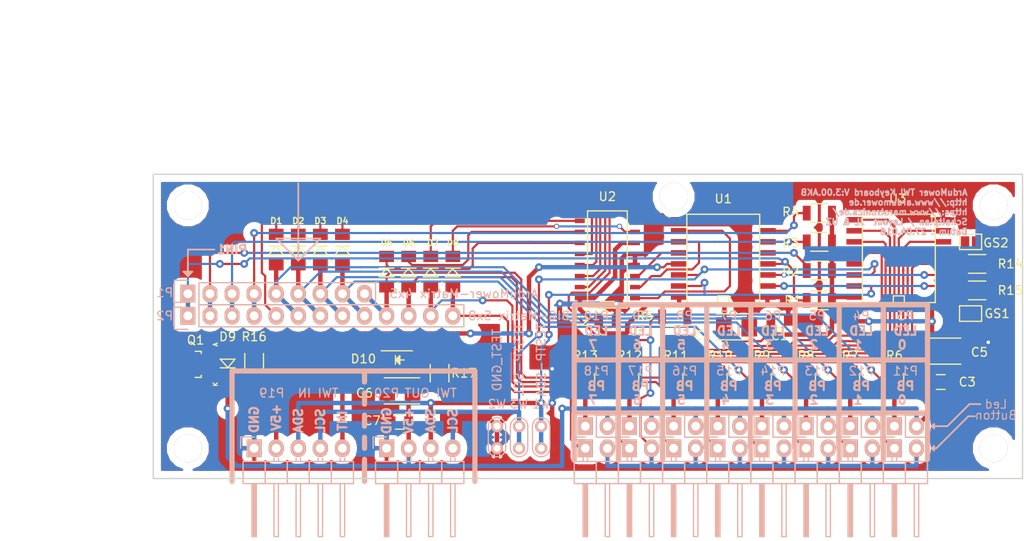
<source format=kicad_pcb>
(kicad_pcb (version 20160815) (host pcbnew "(2017-01-09 revision c2fb336)-makepkg")
  (title_block (title "ArduMower TWI Keyboard") (date 2016-04-27) (rev 3.00.AKB) (company "Schaltplan / Layout  JL & UZ"))
  (layers (0 F.Cu signal) (31 B.Cu signal) (34 B.Paste user) (35 F.Paste user) (36 B.SilkS user) (37 F.SilkS user) (38 B.Mask user) (39 F.Mask user) (44 Edge.Cuts user))
  (net 0 "")
  (net 1 +5V)
  (net 2 GND)
  (net 3 "Net-(D1-Pad1)")
  (net 4 "Net-(D1-Pad2)")
  (net 5 "Net-(D2-Pad1)")
  (net 6 "Net-(D2-Pad2)")
  (net 7 "Net-(D3-Pad1)")
  (net 8 "Net-(D3-Pad2)")
  (net 9 "Net-(D4-Pad1)")
  (net 10 "Net-(D4-Pad2)")
  (net 11 "Net-(D5-Pad1)")
  (net 12 "Net-(D5-Pad2)")
  (net 13 "Net-(D6-Pad1)")
  (net 14 "Net-(D6-Pad2)")
  (net 15 "Net-(D7-Pad1)")
  (net 16 "Net-(D7-Pad2)")
  (net 17 "Net-(D8-Pad1)")
  (net 18 "Net-(D8-Pad2)")
  (net 19 "Net-(D9-Pad2)")
  (net 20 "Net-(GS1-Pad1)")
  (net 21 "Net-(GS2-Pad1)")
  (net 22 "Net-(P1-Pad1)")
  (net 23 "Net-(P1-Pad2)")
  (net 24 "Net-(P1-Pad3)")
  (net 25 "Net-(P1-Pad4)")
  (net 26 "Net-(P11-Pad2)")
  (net 27 "Net-(P3-Pad1)")
  (net 28 "Net-(P4-Pad1)")
  (net 29 "Net-(P5-Pad1)")
  (net 30 "Net-(P6-Pad1)")
  (net 31 "Net-(P7-Pad1)")
  (net 32 "Net-(P8-Pad1)")
  (net 33 "Net-(P9-Pad1)")
  (net 34 "Net-(P10-Pad1)")
  (net 35 "Net-(P19-Pad2)")
  (net 36 "Net-(P19-Pad3)")
  (net 37 "Net-(P19-Pad4)")
  (net 38 "Net-(P19-Pad5)")
  (net 39 "Net-(R6-Pad1)")
  (net 40 "Net-(R7-Pad1)")
  (net 41 "Net-(R8-Pad1)")
  (net 42 "Net-(R9-Pad1)")
  (net 43 "Net-(R10-Pad1)")
  (net 44 "Net-(R11-Pad1)")
  (net 45 "Net-(R12-Pad1)")
  (net 46 "Net-(R13-Pad1)")
  (net 47 "Net-(U1-Pad12)")
  (net 48 "Net-(U1-Pad11)")
  (net 49 "Net-(U1-Pad10)")
  (net 50 "Net-(D10-Pad2)")
  (module Diodes_SMD:MiniMELF_Standard (layer F.Cu) (at 104.14 73.66 270)
    (fp_text reference D1 (at -3.302 0) (layer F.SilkS) (effects (font (size 0.7 0.7))))
    (fp_text value LL4148)
    (fp_text user K (at -1.27 1.27 270) (layer F.SilkS) (effects (font (size 0.3 0.3) (thickness 0.075))))
    (fp_text user A (at 1.27 1.27 270) (layer F.SilkS) (effects (font (size 0.3 0.3) (thickness 0.075))))
    (pad 1 smd rect (at -1.75006 0 270) (size 1.30048 1.69926) (layers F.Cu F.Paste F.Mask) (net 3 "Net-(D1-Pad1)"))
    (pad 2 smd rect (at 1.75006 0 270) (size 1.30048 1.69926) (layers F.Cu F.Paste F.Mask) (net 4 "Net-(D1-Pad2)"))
  )
  (module Capacitors_SMD:C_0805 (layer F.Cu) (at 162.052 81.788)
    (fp_text reference C1 (at 0 1.778) (layer F.SilkS))
    (fp_text value 100nF)
    (pad 1 smd rect (at -1 0) (size 1 1.25) (layers F.Cu F.Paste F.Mask) (net 1 +5V))
    (pad 2 smd rect (at 1 0) (size 1 1.25) (layers F.Cu F.Paste F.Mask) (net 2 GND))
  )
  (module Capacitors_SMD:C_0805 (layer F.Cu) (at 142.24 81.915)
    (fp_text reference C2 (at -3.048 0) (layer F.SilkS))
    (fp_text value 100nF)
    (pad 1 smd rect (at -1 0) (size 1 1.25) (layers F.Cu F.Paste F.Mask) (net 1 +5V))
    (pad 2 smd rect (at 1 0) (size 1 1.25) (layers F.Cu F.Paste F.Mask) (net 2 GND))
  )
  (module Capacitors_SMD:C_0805 (layer F.Cu) (at 180.594 88.9)
    (fp_text reference C3 (at 3.048 0) (layer F.SilkS))
    (fp_text value 100nF)
    (pad 1 smd rect (at -1 0) (size 1 1.25) (layers F.Cu F.Paste F.Mask) (net 1 +5V))
    (pad 2 smd rect (at 1 0) (size 1 1.25) (layers F.Cu F.Paste F.Mask) (net 2 GND))
  )
  (module Capacitors_Tantalum_SMD:TantalC_SizeB_EIA-3528_Reflow (layer F.Cu) (at 157.099 82.55)
    (fp_text reference C4 (at -3.937 1.016) (layer F.SilkS))
    (fp_text value "47µF 16V")
    (pad 2 smd rect (at 1.46 0) (size 1.8 2.23) (layers F.Cu F.Paste F.Mask) (net 2 GND))
    (pad 1 smd rect (at -1.46 0) (size 1.8 2.23) (layers F.Cu F.Paste F.Mask) (net 1 +5V))
  )
  (module Capacitors_Tantalum_SMD:TantalC_SizeB_EIA-3528_Reflow (layer F.Cu) (at 181.102 85.344)
    (fp_text reference C5 (at 3.937 0.127) (layer F.SilkS))
    (fp_text value "47µF 16V")
    (pad 2 smd rect (at 1.46 0) (size 1.8 2.23) (layers F.Cu F.Paste F.Mask) (net 2 GND))
    (pad 1 smd rect (at -1.46 0) (size 1.8 2.23) (layers F.Cu F.Paste F.Mask) (net 1 +5V))
  )
  (module Capacitors_Tantalum_SMD:TantalC_SizeB_EIA-3528_Reflow (layer F.Cu) (at 118.364 89.916 180)
    (fp_text reference C6 (at 4.064 -0.254 180) (layer F.SilkS))
    (fp_text value "47µF 16V")
    (pad 2 smd rect (at 1.46 0 180) (size 1.8 2.23) (layers F.Cu F.Paste F.Mask) (net 2 GND))
    (pad 1 smd rect (at -1.46 0 180) (size 1.8 2.23) (layers F.Cu F.Paste F.Mask) (net 1 +5V))
  )
  (module Capacitors_SMD:C_0805 (layer F.Cu) (at 118.364 93.472 180)
    (fp_text reference C7 (at 3.175 0.127 180) (layer F.SilkS))
    (fp_text value 100nF)
    (pad 1 smd rect (at -1 0 180) (size 1 1.25) (layers F.Cu F.Paste F.Mask) (net 1 +5V))
    (pad 2 smd rect (at 1 0 180) (size 1 1.25) (layers F.Cu F.Paste F.Mask) (net 2 GND))
  )
  (module Diodes_SMD:MiniMELF_Standard (layer F.Cu) (at 98.552 86.868 90)
    (fp_text reference D9 (at 3.175 0 180) (layer F.SilkS))
    (fp_text value TZMC12)
    (fp_text user K (at -2.286 -1.397 90) (layer F.SilkS) (effects (font (size 0.5 0.5) (thickness 0.125))))
    (fp_text user A (at 2.286 -1.397 90) (layer F.SilkS) (effects (font (size 0.5 0.5) (thickness 0.125))))
    (pad 1 smd rect (at -1.75006 0 90) (size 1.30048 1.69926) (layers F.Cu F.Paste F.Mask) (net 1 +5V))
    (pad 2 smd rect (at 1.75006 0 90) (size 1.30048 1.69926) (layers F.Cu F.Paste F.Mask) (net 19 "Net-(D9-Pad2)"))
  )
  (module Connect:GS2 (layer F.Cu) (at 184.023 81.026 90)
    (fp_text reference GS1 (at 0 3.048 180) (layer F.SilkS))
    (fp_text value A1)
    (pad 1 smd rect (at 0 -0.635 90) (size 1.27 0.9652) (layers F.Cu F.Paste F.Mask) (net 20 "Net-(GS1-Pad1)"))
    (pad 2 smd rect (at 0 0.635 90) (size 1.27 0.9652) (layers F.Cu F.Paste F.Mask) (net 1 +5V))
  )
  (module Connect:GS2 (layer F.Cu) (at 184.023 72.771 90)
    (fp_text reference GS2 (at -0.127 2.921 180) (layer F.SilkS))
    (fp_text value A2)
    (pad 1 smd rect (at 0 -0.635 90) (size 1.27 0.9652) (layers F.Cu F.Paste F.Mask) (net 21 "Net-(GS2-Pad1)"))
    (pad 2 smd rect (at 0 0.635 90) (size 1.27 0.9652) (layers F.Cu F.Paste F.Mask) (net 1 +5V))
  )
  (module Pin_Headers:Pin_Header_Straight_1x09 (layer B.Cu) (at 93.98 78.74 270)
    (fp_text reference P1 (at -0.127 2.667) (layer B.SilkS) (effects (justify mirror)))
    (fp_text value "ArduMower-Matrix 4x5" (at 0 -31.75) (layer B.SilkS) (effects (justify mirror)))
    (pad 1 thru_hole rect (at 0 0 270) (size 2.032 1.7272) (drill 1.016) (layers *.Cu *.Mask B.SilkS) (net 22 "Net-(P1-Pad1)"))
    (pad 2 thru_hole oval (at 0 -2.54 270) (size 2.032 1.7272) (drill 1.016) (layers *.Cu *.Mask B.SilkS) (net 23 "Net-(P1-Pad2)"))
    (pad 3 thru_hole oval (at 0 -5.08 270) (size 2.032 1.7272) (drill 1.016) (layers *.Cu *.Mask B.SilkS) (net 24 "Net-(P1-Pad3)"))
    (pad 4 thru_hole oval (at 0 -7.62 270) (size 2.032 1.7272) (drill 1.016) (layers *.Cu *.Mask B.SilkS) (net 25 "Net-(P1-Pad4)"))
    (pad 5 thru_hole oval (at 0 -10.16 270) (size 2.032 1.7272) (drill 1.016) (layers *.Cu *.Mask B.SilkS) (net 4 "Net-(D1-Pad2)"))
    (pad 6 thru_hole oval (at 0 -12.7 270) (size 2.032 1.7272) (drill 1.016) (layers *.Cu *.Mask B.SilkS) (net 6 "Net-(D2-Pad2)"))
    (pad 7 thru_hole oval (at 0 -15.24 270) (size 2.032 1.7272) (drill 1.016) (layers *.Cu *.Mask B.SilkS) (net 8 "Net-(D3-Pad2)"))
    (pad 8 thru_hole oval (at 0 -17.78 270) (size 2.032 1.7272) (drill 1.016) (layers *.Cu *.Mask B.SilkS) (net 10 "Net-(D4-Pad2)"))
    (pad 9 thru_hole oval (at 0 -20.32 270) (size 2.032 1.7272) (drill 1.016) (layers *.Cu *.Mask B.SilkS) (net 12 "Net-(D5-Pad2)"))
  )
  (module Pin_Headers:Pin_Header_Straight_1x13 (layer B.Cu) (at 93.98 81.28 270)
    (fp_text reference P2 (at 0 2.667) (layer B.SilkS) (effects (justify mirror)))
    (fp_text value "BIG-Matrix 5x8" (at 0 -38.1) (layer B.SilkS) (effects (justify mirror)))
    (pad 1 thru_hole rect (at 0 0 270) (size 2.032 1.7272) (drill 1.016) (layers *.Cu *.Mask B.SilkS) (net 22 "Net-(P1-Pad1)"))
    (pad 2 thru_hole oval (at 0 -2.54 270) (size 2.032 1.7272) (drill 1.016) (layers *.Cu *.Mask B.SilkS) (net 23 "Net-(P1-Pad2)"))
    (pad 3 thru_hole oval (at 0 -5.08 270) (size 2.032 1.7272) (drill 1.016) (layers *.Cu *.Mask B.SilkS) (net 24 "Net-(P1-Pad3)"))
    (pad 4 thru_hole oval (at 0 -7.62 270) (size 2.032 1.7272) (drill 1.016) (layers *.Cu *.Mask B.SilkS) (net 25 "Net-(P1-Pad4)"))
    (pad 5 thru_hole oval (at 0 -10.16 270) (size 2.032 1.7272) (drill 1.016) (layers *.Cu *.Mask B.SilkS) (net 26 "Net-(P11-Pad2)"))
    (pad 6 thru_hole oval (at 0 -12.7 270) (size 2.032 1.7272) (drill 1.016) (layers *.Cu *.Mask B.SilkS) (net 4 "Net-(D1-Pad2)"))
    (pad 7 thru_hole oval (at 0 -15.24 270) (size 2.032 1.7272) (drill 1.016) (layers *.Cu *.Mask B.SilkS) (net 6 "Net-(D2-Pad2)"))
    (pad 8 thru_hole oval (at 0 -17.78 270) (size 2.032 1.7272) (drill 1.016) (layers *.Cu *.Mask B.SilkS) (net 8 "Net-(D3-Pad2)"))
    (pad 9 thru_hole oval (at 0 -20.32 270) (size 2.032 1.7272) (drill 1.016) (layers *.Cu *.Mask B.SilkS) (net 10 "Net-(D4-Pad2)"))
    (pad 10 thru_hole oval (at 0 -22.86 270) (size 2.032 1.7272) (drill 1.016) (layers *.Cu *.Mask B.SilkS) (net 12 "Net-(D5-Pad2)"))
    (pad 11 thru_hole oval (at 0 -25.4 270) (size 2.032 1.7272) (drill 1.016) (layers *.Cu *.Mask B.SilkS) (net 14 "Net-(D6-Pad2)"))
    (pad 12 thru_hole oval (at 0 -27.94 270) (size 2.032 1.7272) (drill 1.016) (layers *.Cu *.Mask B.SilkS) (net 16 "Net-(D7-Pad2)"))
    (pad 13 thru_hole oval (at 0 -30.48 270) (size 2.032 1.7272) (drill 1.016) (layers *.Cu *.Mask B.SilkS) (net 18 "Net-(D8-Pad2)"))
  )
  (module Pin_Headers:Pin_Header_Angled_1x05 (layer B.Cu) (at 101.6 96.52 270)
    (fp_text reference P19 (at -6.35 -2.032) (layer B.SilkS) (effects (justify mirror)))
    (fp_text value "TWI IN" (at -6.35 -7.366 180) (layer B.SilkS) (effects (justify mirror)))
    (pad 1 thru_hole rect (at 0 0 270) (size 2.032 1.7272) (drill 1.016) (layers *.Cu *.Mask B.SilkS) (net 2 GND))
    (pad 2 thru_hole oval (at 0 -2.54 270) (size 2.032 1.7272) (drill 1.016) (layers *.Cu *.Mask B.SilkS) (net 35 "Net-(P19-Pad2)"))
    (pad 3 thru_hole oval (at 0 -5.08 270) (size 2.032 1.7272) (drill 1.016) (layers *.Cu *.Mask B.SilkS) (net 36 "Net-(P19-Pad3)"))
    (pad 4 thru_hole oval (at 0 -7.62 270) (size 2.032 1.7272) (drill 1.016) (layers *.Cu *.Mask B.SilkS) (net 37 "Net-(P19-Pad4)"))
    (pad 5 thru_hole oval (at 0 -10.16 270) (size 2.032 1.7272) (drill 1.016) (layers *.Cu *.Mask B.SilkS) (net 38 "Net-(P19-Pad5)"))
  )
  (module Pin_Headers:Pin_Header_Angled_1x04 (layer B.Cu) (at 116.84 96.52 270)
    (fp_text reference P20 (at -6.35 0) (layer B.SilkS) (effects (justify mirror)))
    (fp_text value "TWI OUT" (at -6.35 -5.08 180) (layer B.SilkS) (effects (justify mirror)))
    (pad 1 thru_hole rect (at 0 0 270) (size 2.032 1.7272) (drill 1.016) (layers *.Cu *.Mask B.SilkS) (net 2 GND))
    (pad 2 thru_hole oval (at 0 -2.54 270) (size 2.032 1.7272) (drill 1.016) (layers *.Cu *.Mask B.SilkS) (net 1 +5V))
    (pad 3 thru_hole oval (at 0 -5.08 270) (size 2.032 1.7272) (drill 1.016) (layers *.Cu *.Mask B.SilkS) (net 36 "Net-(P19-Pad3)"))
    (pad 4 thru_hole oval (at 0 -7.62 270) (size 2.032 1.7272) (drill 1.016) (layers *.Cu *.Mask B.SilkS) (net 37 "Net-(P19-Pad4)"))
  )
  (module TO_SOT_Packages_SMD:SOT-23 (layer F.Cu) (at 94.869 86.868 270)
    (fp_text reference Q1 (at -2.794 0) (layer F.SilkS))
    (fp_text value IRLML5203PBF)
    (pad 1 smd rect (at -0.95 1.00076 270) (size 0.8001 0.8001) (layers F.Cu F.Paste F.Mask) (net 19 "Net-(D9-Pad2)"))
    (pad 2 smd rect (at 0.95 1.00076 270) (size 0.8001 0.8001) (layers F.Cu F.Paste F.Mask) (net 1 +5V))
    (pad 3 smd rect (at 0 -0.99822 270) (size 0.8001 0.8001) (layers F.Cu F.Paste F.Mask) (net 35 "Net-(P19-Pad2)"))
  )
  (module Resistors_SMD:R_1206 (layer F.Cu) (at 166.624 79.502)
    (fp_text reference R1 (at -3.048 0) (layer F.SilkS))
    (fp_text value 8K2)
    (pad 1 smd rect (at -1.45 0) (size 0.9 1.7) (layers F.Cu F.Paste F.Mask) (net 22 "Net-(P1-Pad1)"))
    (pad 2 smd rect (at 1.45 0) (size 0.9 1.7) (layers F.Cu F.Paste F.Mask) (net 1 +5V))
  )
  (module Resistors_SMD:R_1206 (layer F.Cu) (at 166.624 76.073)
    (fp_text reference R2 (at -3.302 0.127) (layer F.SilkS))
    (fp_text value 8K2)
    (pad 1 smd rect (at -1.45 0) (size 0.9 1.7) (layers F.Cu F.Paste F.Mask) (net 23 "Net-(P1-Pad2)"))
    (pad 2 smd rect (at 1.45 0) (size 0.9 1.7) (layers F.Cu F.Paste F.Mask) (net 1 +5V))
  )
  (module Resistors_SMD:R_1206 (layer F.Cu) (at 166.624 72.771)
    (fp_text reference R3 (at -3.302 0.127) (layer F.SilkS))
    (fp_text value 8K2)
    (pad 1 smd rect (at -1.45 0) (size 0.9 1.7) (layers F.Cu F.Paste F.Mask) (net 24 "Net-(P1-Pad3)"))
    (pad 2 smd rect (at 1.45 0) (size 0.9 1.7) (layers F.Cu F.Paste F.Mask) (net 1 +5V))
  )
  (module Resistors_SMD:R_1206 (layer F.Cu) (at 166.624 69.469)
    (fp_text reference R4 (at -3.302 -0.127) (layer F.SilkS))
    (fp_text value 8K2)
    (pad 1 smd rect (at -1.45 0) (size 0.9 1.7) (layers F.Cu F.Paste F.Mask) (net 25 "Net-(P1-Pad4)"))
    (pad 2 smd rect (at 1.45 0) (size 0.9 1.7) (layers F.Cu F.Paste F.Mask) (net 1 +5V))
  )
  (module Resistors_SMD:R_1206 (layer F.Cu) (at 149.987 81.407)
    (fp_text reference R5 (at -3.429 -0.127) (layer F.SilkS))
    (fp_text value 8K2)
    (pad 1 smd rect (at -1.45 0) (size 0.9 1.7) (layers F.Cu F.Paste F.Mask) (net 26 "Net-(P11-Pad2)"))
    (pad 2 smd rect (at 1.45 0) (size 0.9 1.7) (layers F.Cu F.Paste F.Mask) (net 1 +5V))
  )
  (module Resistors_SMD:R_1206 (layer F.Cu) (at 175.26 88.9 270)
    (fp_text reference R6 (at -3.048 0) (layer F.SilkS))
    (fp_text value 220)
    (pad 1 smd rect (at -1.45 0 270) (size 0.9 1.7) (layers F.Cu F.Paste F.Mask) (net 39 "Net-(R6-Pad1)"))
    (pad 2 smd rect (at 1.45 0 270) (size 0.9 1.7) (layers F.Cu F.Paste F.Mask) (net 27 "Net-(P3-Pad1)"))
  )
  (module Resistors_SMD:R_1206 (layer F.Cu) (at 170.18 88.9 270)
    (fp_text reference R7 (at -3.048 0) (layer F.SilkS))
    (fp_text value 220)
    (pad 1 smd rect (at -1.45 0 270) (size 0.9 1.7) (layers F.Cu F.Paste F.Mask) (net 40 "Net-(R7-Pad1)"))
    (pad 2 smd rect (at 1.45 0 270) (size 0.9 1.7) (layers F.Cu F.Paste F.Mask) (net 28 "Net-(P4-Pad1)"))
  )
  (module Resistors_SMD:R_1206 (layer F.Cu) (at 165.1 88.9 270)
    (fp_text reference R8 (at -3.048 0) (layer F.SilkS))
    (fp_text value 220)
    (pad 1 smd rect (at -1.45 0 270) (size 0.9 1.7) (layers F.Cu F.Paste F.Mask) (net 41 "Net-(R8-Pad1)"))
    (pad 2 smd rect (at 1.45 0 270) (size 0.9 1.7) (layers F.Cu F.Paste F.Mask) (net 29 "Net-(P5-Pad1)"))
  )
  (module Resistors_SMD:R_1206 (layer F.Cu) (at 160.02 88.9 270)
    (fp_text reference R9 (at -3.048 0) (layer F.SilkS))
    (fp_text value 220)
    (pad 1 smd rect (at -1.45 0 270) (size 0.9 1.7) (layers F.Cu F.Paste F.Mask) (net 42 "Net-(R9-Pad1)"))
    (pad 2 smd rect (at 1.45 0 270) (size 0.9 1.7) (layers F.Cu F.Paste F.Mask) (net 30 "Net-(P6-Pad1)"))
  )
  (module Resistors_SMD:R_1206 (layer F.Cu) (at 154.94 88.9 270)
    (fp_text reference R10 (at -3.048 -0.254) (layer F.SilkS))
    (fp_text value 220)
    (pad 1 smd rect (at -1.45 0 270) (size 0.9 1.7) (layers F.Cu F.Paste F.Mask) (net 43 "Net-(R10-Pad1)"))
    (pad 2 smd rect (at 1.45 0 270) (size 0.9 1.7) (layers F.Cu F.Paste F.Mask) (net 31 "Net-(P7-Pad1)"))
  )
  (module Resistors_SMD:R_1206 (layer F.Cu) (at 149.86 88.9 270)
    (fp_text reference R11 (at -3.048 -0.254) (layer F.SilkS))
    (fp_text value 220)
    (pad 1 smd rect (at -1.45 0 270) (size 0.9 1.7) (layers F.Cu F.Paste F.Mask) (net 44 "Net-(R11-Pad1)"))
    (pad 2 smd rect (at 1.45 0 270) (size 0.9 1.7) (layers F.Cu F.Paste F.Mask) (net 32 "Net-(P8-Pad1)"))
  )
  (module Resistors_SMD:R_1206 (layer F.Cu) (at 144.78 88.9 270)
    (fp_text reference R12 (at -3.048 0) (layer F.SilkS))
    (fp_text value 220)
    (pad 1 smd rect (at -1.45 0 270) (size 0.9 1.7) (layers F.Cu F.Paste F.Mask) (net 45 "Net-(R12-Pad1)"))
    (pad 2 smd rect (at 1.45 0 270) (size 0.9 1.7) (layers F.Cu F.Paste F.Mask) (net 33 "Net-(P9-Pad1)"))
  )
  (module Resistors_SMD:R_1206 (layer F.Cu) (at 139.7 88.9 270)
    (fp_text reference R13 (at -3.048 0) (layer F.SilkS))
    (fp_text value 220)
    (pad 1 smd rect (at -1.45 0 270) (size 0.9 1.7) (layers F.Cu F.Paste F.Mask) (net 46 "Net-(R13-Pad1)"))
    (pad 2 smd rect (at 1.45 0 270) (size 0.9 1.7) (layers F.Cu F.Paste F.Mask) (net 34 "Net-(P10-Pad1)"))
  )
  (module Resistors_SMD:R_1206 (layer F.Cu) (at 184.785 75.311 180)
    (fp_text reference R14 (at -3.81 0 180) (layer F.SilkS))
    (fp_text value 8K2)
    (pad 1 smd rect (at -1.45 0 180) (size 0.9 1.7) (layers F.Cu F.Paste F.Mask) (net 2 GND))
    (pad 2 smd rect (at 1.45 0 180) (size 0.9 1.7) (layers F.Cu F.Paste F.Mask) (net 21 "Net-(GS2-Pad1)"))
  )
  (module Resistors_SMD:R_1206 (layer F.Cu) (at 184.785 78.359 180)
    (fp_text reference R15 (at -3.81 0 180) (layer F.SilkS))
    (fp_text value 8K2)
    (pad 1 smd rect (at -1.45 0 180) (size 0.9 1.7) (layers F.Cu F.Paste F.Mask) (net 2 GND))
    (pad 2 smd rect (at 1.45 0 180) (size 0.9 1.7) (layers F.Cu F.Paste F.Mask) (net 20 "Net-(GS1-Pad1)"))
  )
  (module Resistors_SMD:R_1206 (layer F.Cu) (at 101.6 86.614 270)
    (fp_text reference R16 (at -2.921 0) (layer F.SilkS))
    (fp_text value 10K)
    (pad 1 smd rect (at -1.45 0 270) (size 0.9 1.7) (layers F.Cu F.Paste F.Mask) (net 19 "Net-(D9-Pad2)"))
    (pad 2 smd rect (at 1.45 0 270) (size 0.9 1.7) (layers F.Cu F.Paste F.Mask) (net 2 GND))
  )
  (module SMD_Packages:SO-16-N (layer F.Cu) (at 142.24 74.803 90)
    (fp_text reference U2 (at 7.239 0 180) (layer F.SilkS))
    (fp_text value 74LS138)
    (pad 16 smd rect (at -4.445 -3.175 90) (size 0.508 1.143) (layers F.Cu F.Paste F.Mask) (net 1 +5V))
    (pad 14 smd rect (at -1.905 -3.175 90) (size 0.508 1.143) (layers F.Cu F.Paste F.Mask) (net 5 "Net-(D2-Pad1)"))
    (pad 13 smd rect (at -0.635 -3.175 90) (size 0.508 1.143) (layers F.Cu F.Paste F.Mask) (net 7 "Net-(D3-Pad1)"))
    (pad 12 smd rect (at 0.635 -3.175 90) (size 0.508 1.143) (layers F.Cu F.Paste F.Mask) (net 9 "Net-(D4-Pad1)"))
    (pad 11 smd rect (at 1.905 -3.175 90) (size 0.508 1.143) (layers F.Cu F.Paste F.Mask) (net 11 "Net-(D5-Pad1)"))
    (pad 10 smd rect (at 3.175 -3.175 90) (size 0.508 1.143) (layers F.Cu F.Paste F.Mask) (net 13 "Net-(D6-Pad1)"))
    (pad 9 smd rect (at 4.445 -3.175 90) (size 0.508 1.143) (layers F.Cu F.Paste F.Mask) (net 15 "Net-(D7-Pad1)"))
    (pad 8 smd rect (at 4.445 3.175 90) (size 0.508 1.143) (layers F.Cu F.Paste F.Mask) (net 2 GND))
    (pad 7 smd rect (at 3.175 3.175 90) (size 0.508 1.143) (layers F.Cu F.Paste F.Mask) (net 17 "Net-(D8-Pad1)"))
    (pad 6 smd rect (at 1.905 3.175 90) (size 0.508 1.143) (layers F.Cu F.Paste F.Mask) (net 1 +5V))
    (pad 5 smd rect (at 0.635 3.175 90) (size 0.508 1.143) (layers F.Cu F.Paste F.Mask) (net 2 GND))
    (pad 4 smd rect (at -0.635 3.175 90) (size 0.508 1.143) (layers F.Cu F.Paste F.Mask) (net 2 GND))
    (pad 3 smd rect (at -1.905 3.175 90) (size 0.508 1.143) (layers F.Cu F.Paste F.Mask) (net 47 "Net-(U1-Pad12)"))
    (pad 2 smd rect (at -3.175 3.175 90) (size 0.508 1.143) (layers F.Cu F.Paste F.Mask) (net 48 "Net-(U1-Pad11)"))
    (pad 1 smd rect (at -4.445 3.175 90) (size 0.508 1.143) (layers F.Cu F.Paste F.Mask) (net 49 "Net-(U1-Pad10)"))
    (pad 15 smd rect (at -3.175 -3.175 90) (size 0.508 1.143) (layers F.Cu F.Paste F.Mask) (net 3 "Net-(D1-Pad1)"))
  )
  (module LEDs:LED_1206 (layer F.Cu) (at 118.364 86.36)
    (fp_text reference D10 (at -4.191 -0.127) (layer F.SilkS))
    (fp_text value "Power OK")
    (pad 2 smd rect (at 1.41986 0 180) (size 1.59766 1.80086) (layers F.Cu F.Paste F.Mask) (net 50 "Net-(D10-Pad2)"))
    (pad 1 smd rect (at -1.41986 0 180) (size 1.59766 1.80086) (layers F.Cu F.Paste F.Mask) (net 2 GND))
  )
  (module Resistors_SMD:R_1206 (layer F.Cu) (at 122.936 87.884 270)
    (fp_text reference R17 (at 0 -2.794 180) (layer F.SilkS))
    (fp_text value 1K)
    (pad 1 smd rect (at -1.45 0 270) (size 0.9 1.7) (layers F.Cu F.Paste F.Mask) (net 50 "Net-(D10-Pad2)"))
    (pad 2 smd rect (at 1.45 0 270) (size 0.9 1.7) (layers F.Cu F.Paste F.Mask) (net 1 +5V))
  )
  (module Zimprich:Bohrloch_3,2mm (layer F.Cu) (at 93.98 96.52)
    (fp_text reference B1 hide)
    (fp_text value Bohrloch_3,2mm hide)
    (pad 1 thru_hole circle (at 0 0) (size 3.2 3.2) (drill 3.2) (layers *.Cu *.Mask F.SilkS))
  )
  (module Zimprich:Bohrloch_3,2mm (layer F.Cu) (at 186.69 96.52)
    (fp_text reference B2 hide)
    (fp_text value Bohrloch_3,2mm hide)
    (pad 1 thru_hole circle (at 0 0) (size 3.2 3.2) (drill 3.2) (layers *.Cu *.Mask F.SilkS))
  )
  (module Zimprich:Bohrloch_3,2mm (layer F.Cu) (at 186.69 68.58)
    (fp_text reference B3 hide)
    (fp_text value Bohrloch_3,2mm hide)
    (pad 1 thru_hole circle (at 0 0) (size 3.2 3.2) (drill 3.2) (layers *.Cu *.Mask F.SilkS))
  )
  (module Zimprich:Bohrloch_3,2mm (layer F.Cu) (at 93.98 68.58)
    (fp_text reference B4 hide)
    (fp_text value Bohrloch_3,2mm hide)
    (pad 1 thru_hole circle (at 0 0) (size 3.2 3.2) (drill 3.2) (layers *.Cu *.Mask F.SilkS))
  )
  (module Pin_Headers:Pin_Header_Straight_1x02 (layer B.Cu) (at 175.26 93.98 270)
    (fp_text reference P3 (at -12.7 -1.27) (layer B.SilkS) (effects (justify mirror)))
    (fp_text value "FUNCTION-LED 0" hide)
    (pad 1 thru_hole rect (at 0 0 270) (size 2.032 1.7272) (drill 1.016) (layers *.Cu *.Mask B.SilkS) (net 27 "Net-(P3-Pad1)"))
    (pad 2 thru_hole oval (at 0 -2.54 270) (size 2.032 1.7272) (drill 1.016) (layers *.Cu *.Mask B.SilkS) (net 1 +5V))
  )
  (module Pin_Headers:Pin_Header_Straight_1x02 (layer B.Cu) (at 170.18 93.98 270)
    (fp_text reference P4 (at -12.7 -1.27) (layer B.SilkS) (effects (justify mirror)))
    (fp_text value "FUNCTION-LED 1" hide)
    (pad 1 thru_hole rect (at 0 0 270) (size 2.032 1.7272) (drill 1.016) (layers *.Cu *.Mask B.SilkS) (net 28 "Net-(P4-Pad1)"))
    (pad 2 thru_hole oval (at 0 -2.54 270) (size 2.032 1.7272) (drill 1.016) (layers *.Cu *.Mask B.SilkS) (net 1 +5V))
  )
  (module Pin_Headers:Pin_Header_Straight_1x02 (layer B.Cu) (at 165.1 93.98 270)
    (fp_text reference P5 (at -12.7 -1.27 180) (layer B.SilkS) (effects (justify mirror)))
    (fp_text value "FUNCTION-LED 2" hide)
    (pad 1 thru_hole rect (at 0 0 270) (size 2.032 1.7272) (drill 1.016) (layers *.Cu *.Mask B.SilkS) (net 29 "Net-(P5-Pad1)"))
    (pad 2 thru_hole oval (at 0 -2.54 270) (size 2.032 1.7272) (drill 1.016) (layers *.Cu *.Mask B.SilkS) (net 1 +5V))
  )
  (module Pin_Headers:Pin_Header_Straight_1x02 (layer B.Cu) (at 160.02 93.98 270)
    (fp_text reference P6 (at -12.7 -1.27) (layer B.SilkS) (effects (justify mirror)))
    (fp_text value "FUNCTION-LED 3" hide)
    (pad 1 thru_hole rect (at 0 0 270) (size 2.032 1.7272) (drill 1.016) (layers *.Cu *.Mask B.SilkS) (net 30 "Net-(P6-Pad1)"))
    (pad 2 thru_hole oval (at 0 -2.54 270) (size 2.032 1.7272) (drill 1.016) (layers *.Cu *.Mask B.SilkS) (net 1 +5V))
  )
  (module Pin_Headers:Pin_Header_Straight_1x02 (layer B.Cu) (at 154.94 93.98 270)
    (fp_text reference P7 (at -12.7 -1.27) (layer B.SilkS) (effects (justify mirror)))
    (fp_text value "FUNCTION-LED 4" hide)
    (pad 1 thru_hole rect (at 0 0 270) (size 2.032 1.7272) (drill 1.016) (layers *.Cu *.Mask B.SilkS) (net 31 "Net-(P7-Pad1)"))
    (pad 2 thru_hole oval (at 0 -2.54 270) (size 2.032 1.7272) (drill 1.016) (layers *.Cu *.Mask B.SilkS) (net 1 +5V))
  )
  (module Pin_Headers:Pin_Header_Straight_1x02 (layer B.Cu) (at 149.86 93.98 270)
    (fp_text reference P8 (at -12.7 -1.27) (layer B.SilkS) (effects (justify mirror)))
    (fp_text value "FUNCTION-LED 5" hide)
    (pad 1 thru_hole rect (at 0 0 270) (size 2.032 1.7272) (drill 1.016) (layers *.Cu *.Mask B.SilkS) (net 32 "Net-(P8-Pad1)"))
    (pad 2 thru_hole oval (at 0 -2.54 270) (size 2.032 1.7272) (drill 1.016) (layers *.Cu *.Mask B.SilkS) (net 1 +5V))
  )
  (module Pin_Headers:Pin_Header_Straight_1x02 (layer B.Cu) (at 144.78 93.98 270)
    (fp_text reference P9 (at -12.7 -1.27) (layer B.SilkS) (effects (justify mirror)))
    (fp_text value "FUNCTION-LED 6" hide)
    (pad 1 thru_hole rect (at 0 0 270) (size 2.032 1.7272) (drill 1.016) (layers *.Cu *.Mask B.SilkS) (net 33 "Net-(P9-Pad1)"))
    (pad 2 thru_hole oval (at 0 -2.54 270) (size 2.032 1.7272) (drill 1.016) (layers *.Cu *.Mask B.SilkS) (net 1 +5V))
  )
  (module Pin_Headers:Pin_Header_Straight_1x02 (layer B.Cu) (at 139.7 93.98 270)
    (fp_text reference P10 (at -12.7 -1.27) (layer B.SilkS) (effects (justify mirror)))
    (fp_text value "FUNCTION-LED 7" hide)
    (pad 1 thru_hole rect (at 0 0 270) (size 2.032 1.7272) (drill 1.016) (layers *.Cu *.Mask B.SilkS) (net 34 "Net-(P10-Pad1)"))
    (pad 2 thru_hole oval (at 0 -2.54 270) (size 2.032 1.7272) (drill 1.016) (layers *.Cu *.Mask B.SilkS) (net 1 +5V))
  )
  (module Pin_Headers:Pin_Header_Angled_1x02 (layer B.Cu) (at 175.26 96.52 270)
    (fp_text reference P11 (at -8.89 -1.27) (layer B.SilkS) (effects (justify mirror)))
    (fp_text value "FUNCTION-PB 0" hide)
    (pad 1 thru_hole rect (at 0 0 270) (size 2.032 1.7272) (drill 1.016) (layers *.Cu *.Mask B.SilkS) (net 4 "Net-(D1-Pad2)"))
    (pad 2 thru_hole oval (at 0 -2.54 270) (size 2.032 1.7272) (drill 1.016) (layers *.Cu *.Mask B.SilkS) (net 26 "Net-(P11-Pad2)"))
  )
  (module Pin_Headers:Pin_Header_Angled_1x02 (layer B.Cu) (at 170.18 96.52 270)
    (fp_text reference P12 (at -8.89 -1.27) (layer B.SilkS) (effects (justify mirror)))
    (fp_text value "FUNCTION-PB 1" hide)
    (pad 1 thru_hole rect (at 0 0 270) (size 2.032 1.7272) (drill 1.016) (layers *.Cu *.Mask B.SilkS) (net 6 "Net-(D2-Pad2)"))
    (pad 2 thru_hole oval (at 0 -2.54 270) (size 2.032 1.7272) (drill 1.016) (layers *.Cu *.Mask B.SilkS) (net 26 "Net-(P11-Pad2)"))
  )
  (module Pin_Headers:Pin_Header_Angled_1x02 (layer B.Cu) (at 165.1 96.52 270)
    (fp_text reference P13 (at -8.89 -1.27) (layer B.SilkS) (effects (justify mirror)))
    (fp_text value "FUNCTION-PB 2" hide)
    (pad 1 thru_hole rect (at 0 0 270) (size 2.032 1.7272) (drill 1.016) (layers *.Cu *.Mask B.SilkS) (net 8 "Net-(D3-Pad2)"))
    (pad 2 thru_hole oval (at 0 -2.54 270) (size 2.032 1.7272) (drill 1.016) (layers *.Cu *.Mask B.SilkS) (net 26 "Net-(P11-Pad2)"))
  )
  (module Pin_Headers:Pin_Header_Angled_1x02 (layer B.Cu) (at 160.02 96.52 270)
    (fp_text reference P14 (at -8.89 -1.27) (layer B.SilkS) (effects (justify mirror)))
    (fp_text value "FUNCTION-PB 3" hide)
    (pad 1 thru_hole rect (at 0 0 270) (size 2.032 1.7272) (drill 1.016) (layers *.Cu *.Mask B.SilkS) (net 10 "Net-(D4-Pad2)"))
    (pad 2 thru_hole oval (at 0 -2.54 270) (size 2.032 1.7272) (drill 1.016) (layers *.Cu *.Mask B.SilkS) (net 26 "Net-(P11-Pad2)"))
  )
  (module Pin_Headers:Pin_Header_Angled_1x02 (layer B.Cu) (at 154.94 96.52 270)
    (fp_text reference P15 (at -8.89 -1.27) (layer B.SilkS) (effects (justify mirror)))
    (fp_text value "FUNCTION-PB 4" hide)
    (pad 1 thru_hole rect (at 0 0 270) (size 2.032 1.7272) (drill 1.016) (layers *.Cu *.Mask B.SilkS) (net 12 "Net-(D5-Pad2)"))
    (pad 2 thru_hole oval (at 0 -2.54 270) (size 2.032 1.7272) (drill 1.016) (layers *.Cu *.Mask B.SilkS) (net 26 "Net-(P11-Pad2)"))
  )
  (module Pin_Headers:Pin_Header_Angled_1x02 (layer B.Cu) (at 149.86 96.52 270)
    (fp_text reference P16 (at -8.89 -1.27) (layer B.SilkS) (effects (justify mirror)))
    (fp_text value "FUNCTION-PB 5" hide)
    (pad 1 thru_hole rect (at 0 0 270) (size 2.032 1.7272) (drill 1.016) (layers *.Cu *.Mask B.SilkS) (net 14 "Net-(D6-Pad2)"))
    (pad 2 thru_hole oval (at 0 -2.54 270) (size 2.032 1.7272) (drill 1.016) (layers *.Cu *.Mask B.SilkS) (net 26 "Net-(P11-Pad2)"))
  )
  (module Pin_Headers:Pin_Header_Angled_1x02 (layer B.Cu) (at 144.78 96.52 270)
    (fp_text reference P17 (at -8.89 -1.27) (layer B.SilkS) (effects (justify mirror)))
    (fp_text value "FUNCTION-PB 6" hide)
    (pad 1 thru_hole rect (at 0 0 270) (size 2.032 1.7272) (drill 1.016) (layers *.Cu *.Mask B.SilkS) (net 16 "Net-(D7-Pad2)"))
    (pad 2 thru_hole oval (at 0 -2.54 270) (size 2.032 1.7272) (drill 1.016) (layers *.Cu *.Mask B.SilkS) (net 26 "Net-(P11-Pad2)"))
  )
  (module Pin_Headers:Pin_Header_Angled_1x02 (layer B.Cu) (at 139.7 96.52 270)
    (fp_text reference P18 (at -8.89 -1.27) (layer B.SilkS) (effects (justify mirror)))
    (fp_text value "FUNCTION-PB 7" hide)
    (pad 1 thru_hole rect (at 0 0 270) (size 2.032 1.7272) (drill 1.016) (layers *.Cu *.Mask B.SilkS) (net 18 "Net-(D8-Pad2)"))
    (pad 2 thru_hole oval (at 0 -2.54 270) (size 2.032 1.7272) (drill 1.016) (layers *.Cu *.Mask B.SilkS) (net 26 "Net-(P11-Pad2)"))
  )
  (module Measurement_Points:Test_Point (layer B.Cu) (at 134.62 96.52 90)
    (fp_text reference W1 (at 5.08 0 180) (layer B.SilkS) (effects (justify mirror)))
    (fp_text value TESTP-SDA (at 10.16 0 90) (layer B.SilkS) (effects (justify mirror)))
    (pad 1 thru_hole circle (at 0 0 90) (size 1.4 1.4) (drill 0.8128) (layers *.Cu *.Mask B.SilkS) (net 36 "Net-(P19-Pad3)"))
    (pad 1 thru_hole circle (at 2.54 0 90) (size 1.4 1.4) (drill 0.8128) (layers *.Cu *.Mask B.SilkS) (net 36 "Net-(P19-Pad3)"))
  )
  (module Measurement_Points:Test_Point (layer B.Cu) (at 129.54 96.52 90)
    (fp_text reference W2 (at 5.08 0 180) (layer B.SilkS) (effects (justify mirror)))
    (fp_text value TEST_GND (at 10.16 0 90) (layer B.SilkS) (effects (justify mirror)))
    (pad 1 thru_hole circle (at 0 0 90) (size 1.4 1.4) (drill 0.8128) (layers *.Cu *.Mask B.SilkS) (net 2 GND))
    (pad 1 thru_hole circle (at 2.54 0 90) (size 1.4 1.4) (drill 0.8128) (layers *.Cu *.Mask B.SilkS) (net 2 GND))
  )
  (module Measurement_Points:Test_Point (layer B.Cu) (at 132.08 96.52 90)
    (fp_text reference W3 (at 5.08 0 180) (layer B.SilkS) (effects (justify mirror)))
    (fp_text value TESTP-SCL (at 10.16 0 90) (layer B.SilkS) (effects (justify mirror)))
    (pad 1 thru_hole circle (at 0 0 90) (size 1.4 1.4) (drill 0.8128) (layers *.Cu *.Mask B.SilkS) (net 37 "Net-(P19-Pad4)"))
    (pad 1 thru_hole circle (at 2.54 0 90) (size 1.4 1.4) (drill 0.8128) (layers *.Cu *.Mask B.SilkS) (net 37 "Net-(P19-Pad4)"))
  )
  (module Zimprich:Bohrloch_3,2mm (layer F.Cu) (at 149.86 67.564)
    (fp_text reference B5 hide)
    (fp_text value Bohrloch_3,2mm hide)
    (pad 1 thru_hole circle (at 0 0) (size 3.2 3.2) (drill 3.2) (layers *.Cu *.Mask F.SilkS))
  )
  (module SMD_Packages:SO-16-L (layer F.Cu) (at 155.575 74.676 90)
    (fp_text reference U1 (at 6.858 0 180) (layer F.SilkS))
    (fp_text value PCF8574)
    (pad 1 smd rect (at -4.445 5.08 90) (size 0.635 1.905) (layers F.Cu F.Paste F.Mask) (net 2 GND))
    (pad 2 smd rect (at -3.175 5.08 90) (size 0.635 1.905) (layers F.Cu F.Paste F.Mask) (net 20 "Net-(GS1-Pad1)"))
    (pad 3 smd rect (at -1.905 5.08 90) (size 0.635 1.905) (layers F.Cu F.Paste F.Mask) (net 21 "Net-(GS2-Pad1)"))
    (pad 4 smd rect (at -0.635 5.08 90) (size 0.635 1.905) (layers F.Cu F.Paste F.Mask) (net 22 "Net-(P1-Pad1)"))
    (pad 5 smd rect (at 0.635 5.08 90) (size 0.635 1.905) (layers F.Cu F.Paste F.Mask) (net 23 "Net-(P1-Pad2)"))
    (pad 6 smd rect (at 1.905 5.08 90) (size 0.635 1.905) (layers F.Cu F.Paste F.Mask) (net 24 "Net-(P1-Pad3)"))
    (pad 7 smd rect (at 3.175 5.08 90) (size 0.635 1.905) (layers F.Cu F.Paste F.Mask) (net 25 "Net-(P1-Pad4)"))
    (pad 8 smd rect (at 4.445 5.08 90) (size 0.635 1.905) (layers F.Cu F.Paste F.Mask) (net 2 GND))
    (pad 9 smd rect (at 4.445 -5.08 90) (size 0.635 1.905) (layers F.Cu F.Paste F.Mask) (net 26 "Net-(P11-Pad2)"))
    (pad 10 smd rect (at 3.175 -5.08 90) (size 0.635 1.905) (layers F.Cu F.Paste F.Mask) (net 49 "Net-(U1-Pad10)"))
    (pad 11 smd rect (at 1.905 -5.08 90) (size 0.635 1.905) (layers F.Cu F.Paste F.Mask) (net 48 "Net-(U1-Pad11)"))
    (pad 12 smd rect (at 0.635 -5.08 90) (size 0.635 1.905) (layers F.Cu F.Paste F.Mask) (net 47 "Net-(U1-Pad12)"))
    (pad 13 smd rect (at -0.635 -5.08 90) (size 0.635 1.905) (layers F.Cu F.Paste F.Mask) (net 38 "Net-(P19-Pad5)"))
    (pad 14 smd rect (at -1.905 -5.08 90) (size 0.635 1.905) (layers F.Cu F.Paste F.Mask) (net 37 "Net-(P19-Pad4)"))
    (pad 15 smd rect (at -3.175 -5.08 90) (size 0.635 1.905) (layers F.Cu F.Paste F.Mask) (net 36 "Net-(P19-Pad3)"))
    (pad 16 smd rect (at -4.445 -5.08 90) (size 0.635 1.905) (layers F.Cu F.Paste F.Mask) (net 1 +5V))
  )
  (module SMD_Packages:SO-16-L (layer F.Cu) (at 175.768 74.676 90)
    (fp_text reference U3 (at 6.858 -0.127 180) (layer F.SilkS))
    (fp_text value PCF8574)
    (pad 1 smd rect (at -4.445 5.08 90) (size 0.635 1.905) (layers F.Cu F.Paste F.Mask) (net 1 +5V))
    (pad 2 smd rect (at -3.175 5.08 90) (size 0.635 1.905) (layers F.Cu F.Paste F.Mask) (net 20 "Net-(GS1-Pad1)"))
    (pad 3 smd rect (at -1.905 5.08 90) (size 0.635 1.905) (layers F.Cu F.Paste F.Mask) (net 21 "Net-(GS2-Pad1)"))
    (pad 4 smd rect (at -0.635 5.08 90) (size 0.635 1.905) (layers F.Cu F.Paste F.Mask) (net 39 "Net-(R6-Pad1)"))
    (pad 5 smd rect (at 0.635 5.08 90) (size 0.635 1.905) (layers F.Cu F.Paste F.Mask) (net 40 "Net-(R7-Pad1)"))
    (pad 6 smd rect (at 1.905 5.08 90) (size 0.635 1.905) (layers F.Cu F.Paste F.Mask) (net 41 "Net-(R8-Pad1)"))
    (pad 7 smd rect (at 3.175 5.08 90) (size 0.635 1.905) (layers F.Cu F.Paste F.Mask) (net 42 "Net-(R9-Pad1)"))
    (pad 8 smd rect (at 4.445 5.08 90) (size 0.635 1.905) (layers F.Cu F.Paste F.Mask) (net 2 GND))
    (pad 9 smd rect (at 4.445 -5.08 90) (size 0.635 1.905) (layers F.Cu F.Paste F.Mask) (net 43 "Net-(R10-Pad1)"))
    (pad 10 smd rect (at 3.175 -5.08 90) (size 0.635 1.905) (layers F.Cu F.Paste F.Mask) (net 44 "Net-(R11-Pad1)"))
    (pad 11 smd rect (at 1.905 -5.08 90) (size 0.635 1.905) (layers F.Cu F.Paste F.Mask) (net 45 "Net-(R12-Pad1)"))
    (pad 12 smd rect (at 0.635 -5.08 90) (size 0.635 1.905) (layers F.Cu F.Paste F.Mask) (net 46 "Net-(R13-Pad1)"))
    (pad 13 smd rect (at -0.635 -5.08 90) (size 0.635 1.905) (layers F.Cu F.Paste F.Mask))
    (pad 14 smd rect (at -1.905 -5.08 90) (size 0.635 1.905) (layers F.Cu F.Paste F.Mask) (net 37 "Net-(P19-Pad4)"))
    (pad 15 smd rect (at -3.175 -5.08 90) (size 0.635 1.905) (layers F.Cu F.Paste F.Mask) (net 36 "Net-(P19-Pad3)"))
    (pad 16 smd rect (at -4.445 -5.08 90) (size 0.635 1.905) (layers F.Cu F.Paste F.Mask) (net 1 +5V))
  )
  (module Diodes_SMD:MiniMELF_Standard (layer F.Cu) (at 106.68 73.66 270)
    (fp_text reference D2 (at -3.302 0) (layer F.SilkS) (effects (font (size 0.7 0.7))))
    (fp_text value LL4148)
    (fp_text user K (at -1.27 1.27 270) (layer F.SilkS) (effects (font (size 0.3 0.3) (thickness 0.075))))
    (fp_text user A (at 1.27 1.27 270) (layer F.SilkS) (effects (font (size 0.3 0.3) (thickness 0.075))))
    (pad 1 smd rect (at -1.75006 0 270) (size 1.30048 1.69926) (layers F.Cu F.Paste F.Mask) (net 5 "Net-(D2-Pad1)"))
    (pad 2 smd rect (at 1.75006 0 270) (size 1.30048 1.69926) (layers F.Cu F.Paste F.Mask) (net 6 "Net-(D2-Pad2)"))
  )
  (module Diodes_SMD:MiniMELF_Standard (layer F.Cu) (at 109.22 73.66 270)
    (fp_text reference D3 (at -3.302 0) (layer F.SilkS) (effects (font (size 0.7 0.7))))
    (fp_text value LL4148)
    (fp_text user K (at -1.27 1.27 270) (layer F.SilkS) (effects (font (size 0.3 0.3) (thickness 0.075))))
    (fp_text user A (at 1.27 1.27 270) (layer F.SilkS) (effects (font (size 0.3 0.3) (thickness 0.075))))
    (pad 1 smd rect (at -1.75006 0 270) (size 1.30048 1.69926) (layers F.Cu F.Paste F.Mask) (net 7 "Net-(D3-Pad1)"))
    (pad 2 smd rect (at 1.75006 0 270) (size 1.30048 1.69926) (layers F.Cu F.Paste F.Mask) (net 8 "Net-(D3-Pad2)"))
  )
  (module Diodes_SMD:MiniMELF_Standard (layer F.Cu) (at 111.76 73.66 270)
    (fp_text reference D4 (at -3.302 0) (layer F.SilkS) (effects (font (size 0.7 0.7))))
    (fp_text value LL4148)
    (fp_text user K (at -1.27 1.27 270) (layer F.SilkS) (effects (font (size 0.3 0.3) (thickness 0.075))))
    (fp_text user A (at 1.27 1.27 270) (layer F.SilkS) (effects (font (size 0.3 0.3) (thickness 0.075))))
    (pad 1 smd rect (at -1.75006 0 270) (size 1.30048 1.69926) (layers F.Cu F.Paste F.Mask) (net 9 "Net-(D4-Pad1)"))
    (pad 2 smd rect (at 1.75006 0 270) (size 1.30048 1.69926) (layers F.Cu F.Paste F.Mask) (net 10 "Net-(D4-Pad2)"))
  )
  (module Diodes_SMD:MiniMELF_Standard (layer F.Cu) (at 116.84 76.2 270)
    (fp_text reference D5 (at -3.302 0) (layer F.SilkS) (effects (font (size 0.7 0.7))))
    (fp_text value LL4148)
    (fp_text user K (at -1.27 1.27 270) (layer F.SilkS) (effects (font (size 0.3 0.3) (thickness 0.075))))
    (fp_text user A (at 1.27 1.27 270) (layer F.SilkS) (effects (font (size 0.3 0.3) (thickness 0.075))))
    (pad 1 smd rect (at -1.75006 0 270) (size 1.30048 1.69926) (layers F.Cu F.Paste F.Mask) (net 11 "Net-(D5-Pad1)"))
    (pad 2 smd rect (at 1.75006 0 270) (size 1.30048 1.69926) (layers F.Cu F.Paste F.Mask) (net 12 "Net-(D5-Pad2)"))
  )
  (module Diodes_SMD:MiniMELF_Standard (layer F.Cu) (at 119.38 76.2 270)
    (fp_text reference D6 (at -3.302 0) (layer F.SilkS) (effects (font (size 0.7 0.7))))
    (fp_text value LL4148)
    (fp_text user K (at -1.27 1.27 270) (layer F.SilkS) (effects (font (size 0.3 0.3) (thickness 0.075))))
    (fp_text user A (at 1.27 1.27 270) (layer F.SilkS) (effects (font (size 0.3 0.3) (thickness 0.075))))
    (pad 1 smd rect (at -1.75006 0 270) (size 1.30048 1.69926) (layers F.Cu F.Paste F.Mask) (net 13 "Net-(D6-Pad1)"))
    (pad 2 smd rect (at 1.75006 0 270) (size 1.30048 1.69926) (layers F.Cu F.Paste F.Mask) (net 14 "Net-(D6-Pad2)"))
  )
  (module Diodes_SMD:MiniMELF_Standard (layer F.Cu) (at 121.92 76.2 270)
    (fp_text reference D7 (at -3.302 -0.254) (layer F.SilkS) (effects (font (size 0.7 0.7))))
    (fp_text value LL4148)
    (fp_text user K (at -1.27 1.27 270) (layer F.SilkS) (effects (font (size 0.3 0.3) (thickness 0.075))))
    (fp_text user A (at 1.27 1.27 270) (layer F.SilkS) (effects (font (size 0.3 0.3) (thickness 0.075))))
    (pad 1 smd rect (at -1.75006 0 270) (size 1.30048 1.69926) (layers F.Cu F.Paste F.Mask) (net 15 "Net-(D7-Pad1)"))
    (pad 2 smd rect (at 1.75006 0 270) (size 1.30048 1.69926) (layers F.Cu F.Paste F.Mask) (net 16 "Net-(D7-Pad2)"))
  )
  (module Diodes_SMD:MiniMELF_Standard (layer F.Cu) (at 124.46 76.2 270)
    (fp_text reference D8 (at -3.302 0) (layer F.SilkS) (effects (font (size 0.7 0.7))))
    (fp_text value LL4148)
    (fp_text user K (at -1.27 1.27 270) (layer F.SilkS) (effects (font (size 0.3 0.3) (thickness 0.075))))
    (fp_text user A (at 1.27 1.27 270) (layer F.SilkS) (effects (font (size 0.3 0.3) (thickness 0.075))))
    (pad 1 smd rect (at -1.75006 0 270) (size 1.30048 1.69926) (layers F.Cu F.Paste F.Mask) (net 17 "Net-(D8-Pad1)"))
    (pad 2 smd rect (at 1.75006 0 270) (size 1.30048 1.69926) (layers F.Cu F.Paste F.Mask) (net 18 "Net-(D8-Pad2)"))
  )
  (gr_text "ArduMower TWI Keyboard V:3.00.AKB\nhttp://www.ardumower.de\nhttps://www.marotronics.de/\nSchaltplan / Layout  JL & UZ\nDatum : 27.04.016" (at 183.769 69.342) (layer B.Cu) (effects (font (size 0.7 0.7) (thickness 0.175)) (justify left mirror)))
  (gr_text "ArduMower TWI Keyboard V:3.00.AKB\nhttp://www.ardumower.de\nhttps://www.marotronics.de/\nSchaltplan / Layout  JL & UZ\nDatum : 27.04.016" (at 183.769 69.342) (layer B.SilkS) (effects (font (size 0.7 0.7) (thickness 0.175)) (justify left mirror)))
  (gr_line (start 93.98 76.454) (end 93.853 76.454) (angle 90) (layer B.SilkS) (width 0.2))
  (gr_line (start 93.726 76.327) (end 94.234 76.327) (angle 90) (layer B.SilkS) (width 0.2))
  (gr_line (start 93.98 76.2) (end 94.234 76.454) (angle 90) (layer B.SilkS) (width 0.2))
  (gr_line (start 93.98 76.2) (end 93.726 76.454) (angle 90) (layer B.SilkS) (width 0.2))
  (gr_line (start 94.234 76.454) (end 93.98 76.454) (angle 90) (layer B.SilkS) (width 0.2))
  (gr_line (start 93.98 76.708) (end 94.234 76.454) (angle 90) (layer B.SilkS) (width 0.2))
  (gr_line (start 93.472 76.2) (end 93.98 76.708) (angle 90) (layer B.SilkS) (width 0.2))
  (gr_line (start 94.488 76.2) (end 93.472 76.2) (angle 90) (layer B.SilkS) (width 0.2))
  (gr_line (start 93.98 76.708) (end 94.488 76.2) (angle 90) (layer B.SilkS) (width 0.2))
  (gr_line (start 93.98 73.66) (end 93.98 76.708) (angle 90) (layer B.SilkS) (width 0.2))
  (gr_line (start 97.028 73.66) (end 93.98 73.66) (angle 90) (layer B.SilkS) (width 0.2))
  (gr_text "PIN1\n" (at 99.06 73.66) (layer B.SilkS) (effects (font (size 1 1) (thickness 0.25)) (justify mirror)))
  (gr_line (start 114.3 88.9) (end 114.3 87.63) (angle 90) (layer B.SilkS) (width 0.6))
  (gr_line (start 114.3 91.44) (end 114.3 90.17) (angle 90) (layer B.SilkS) (width 0.6))
  (gr_line (start 114.3 93.98) (end 114.3 92.71) (angle 90) (layer B.SilkS) (width 0.6))
  (gr_line (start 114.3 96.52) (end 114.3 95.25) (angle 90) (layer B.SilkS) (width 0.6))
  (gr_line (start 114.3 100.33) (end 114.3 97.79) (angle 90) (layer B.SilkS) (width 0.6))
  (gr_line (start 99.06 87.63) (end 99.06 100.33) (angle 90) (layer B.SilkS) (width 0.6))
  (gr_line (start 127 87.63) (end 99.06 87.63) (angle 90) (layer B.SilkS) (width 0.6))
  (gr_line (start 127 100.33) (end 127 87.63) (angle 90) (layer B.SilkS) (width 0.6))
  (gr_line (start 138.684 92.456) (end 178.816 92.456) (angle 90) (layer B.SilkS) (width 0.6))
  (gr_line (start 179.07 80.01) (end 138.43 80.01) (angle 90) (layer B.SilkS) (width 0.6))
  (gr_line (start 179.07 97.79) (end 179.07 80.01) (angle 90) (layer B.SilkS) (width 0.6))
  (gr_line (start 173.99 97.79) (end 173.99 80.01) (angle 90) (layer B.SilkS) (width 0.6))
  (gr_line (start 168.91 97.79) (end 168.91 80.01) (angle 90) (layer B.SilkS) (width 0.6))
  (gr_line (start 163.83 97.79) (end 163.83 80.01) (angle 90) (layer B.SilkS) (width 0.6))
  (gr_line (start 158.75 97.79) (end 158.75 80.01) (angle 90) (layer B.SilkS) (width 0.6))
  (gr_line (start 153.67 97.79) (end 153.67 80.01) (angle 90) (layer B.SilkS) (width 0.6))
  (gr_line (start 148.59 97.79) (end 148.59 80.01) (angle 90) (layer B.SilkS) (width 0.6))
  (gr_line (start 143.51 80.01) (end 143.51 97.79) (angle 90) (layer B.SilkS) (width 0.6))
  (gr_line (start 143.51 97.79) (end 143.51 80.01) (angle 90) (layer B.SilkS) (width 0.6))
  (gr_line (start 138.43 97.79) (end 138.43 80.01) (angle 90) (layer B.SilkS) (width 0.6))
  (gr_text "PB\n 7" (at 140.97 90.17) (layer B.SilkS) (effects (font (size 1 1) (thickness 0.25)) (justify mirror)))
  (gr_text "PB\n 6" (at 146.05 90.17) (layer B.SilkS) (effects (font (size 1 1) (thickness 0.25)) (justify mirror)))
  (gr_text "PB\n 5" (at 151.13 90.17) (layer B.SilkS) (effects (font (size 1 1) (thickness 0.25)) (justify mirror)))
  (gr_text "PB\n 4" (at 156.21 90.17) (layer B.SilkS) (effects (font (size 1 1) (thickness 0.25)) (justify mirror)))
  (gr_text "PB\n 3" (at 161.29 90.17) (layer B.SilkS) (effects (font (size 1 1) (thickness 0.25)) (justify mirror)))
  (gr_text "PB\n 2" (at 166.37 90.17) (layer B.SilkS) (effects (font (size 1 1) (thickness 0.25)) (justify mirror)))
  (gr_text "PB\n 1" (at 171.45 90.17) (layer B.SilkS) (effects (font (size 1 1) (thickness 0.25)) (justify mirror)))
  (gr_text "PB\n 0" (at 176.53 90.17) (layer B.SilkS) (effects (font (size 1 1) (thickness 0.25)) (justify mirror)))
  (gr_text "LED\n 7" (at 140.97 83.82) (layer B.SilkS) (effects (font (size 1 1) (thickness 0.25)) (justify mirror)))
  (gr_text "LED\n 6" (at 146.05 83.82) (layer B.SilkS) (effects (font (size 1 1) (thickness 0.25)) (justify mirror)))
  (gr_text "LED\n 5" (at 151.13 83.82) (layer B.SilkS) (effects (font (size 1 1) (thickness 0.25)) (justify mirror)))
  (gr_text "LED\n 4" (at 156.21 83.82) (layer B.SilkS) (effects (font (size 1 1) (thickness 0.25)) (justify mirror)))
  (gr_text "LED\n 3" (at 161.29 83.82) (layer B.SilkS) (effects (font (size 1 1) (thickness 0.25)) (justify mirror)))
  (gr_text "LED\n 2" (at 166.37 83.82) (layer B.SilkS) (effects (font (size 1 1) (thickness 0.25)) (justify mirror)))
  (gr_text "LED\n 1" (at 171.45 83.82) (layer B.SilkS) (effects (font (size 1 1) (thickness 0.25)) (justify mirror)))
  (gr_text "LED\n 0" (at 176.53 83.82) (layer B.SilkS) (effects (font (size 1 1) (thickness 0.25)) (justify mirror)))
  (gr_line (start 179.832 96.774) (end 179.832 96.266) (angle 90) (layer B.SilkS) (width 0.2))
  (gr_line (start 179.578 96.52) (end 179.832 96.774) (angle 90) (layer B.SilkS) (width 0.2))
  (gr_line (start 179.832 96.266) (end 179.578 96.52) (angle 90) (layer B.SilkS) (width 0.2))
  (gr_line (start 180.086 96.52) (end 179.578 96.52) (angle 90) (layer B.SilkS) (width 0.2))
  (gr_line (start 183.769 92.837) (end 180.086 96.52) (angle 90) (layer B.SilkS) (width 0.2))
  (gr_line (start 177.8 86.36) (end 179.07 86.36) (angle 90) (layer B.SilkS) (width 0.6))
  (gr_line (start 138.43 86.36) (end 177.8 86.36) (angle 90) (layer B.SilkS) (width 0.6))
  (gr_line (start 184.531 92.837) (end 183.769 92.837) (angle 90) (layer B.SilkS) (width 0.2))
  (gr_line (start 179.832 93.726) (end 179.578 93.98) (angle 90) (layer B.SilkS) (width 0.2))
  (gr_line (start 179.832 94.234) (end 179.832 93.726) (angle 90) (layer B.SilkS) (width 0.2))
  (gr_line (start 179.578 93.98) (end 179.832 94.234) (angle 90) (layer B.SilkS) (width 0.2))
  (gr_line (start 181.356 93.98) (end 179.578 93.98) (angle 90) (layer B.SilkS) (width 0.2))
  (gr_line (start 183.896 91.44) (end 181.356 93.98) (angle 90) (layer B.SilkS) (width 0.2))
  (gr_line (start 185.166 91.44) (end 183.896 91.44) (angle 90) (layer B.SilkS) (width 0.2))
  (gr_text Button (at 186.944 92.71) (layer B.SilkS) (effects (font (size 1 1) (thickness 0.125)) (justify mirror)))
  (gr_text INT (at 111.76 93.345 90) (layer B.SilkS) (effects (font (size 1 1) (thickness 0.25)) (justify mirror)))
  (gr_text SCL (at 124.46 93.345 90) (layer B.SilkS) (effects (font (size 1 1) (thickness 0.25)) (justify mirror)))
  (gr_text SCL (at 109.22 93.345 90) (layer B.SilkS) (effects (font (size 1 1) (thickness 0.25)) (justify mirror)))
  (gr_text SDA (at 121.92 93.345 90) (layer B.SilkS) (effects (font (size 1 1) (thickness 0.25)) (justify mirror)))
  (gr_text SDA (at 106.68 93.345 90) (layer B.SilkS) (effects (font (size 1 1) (thickness 0.25)) (justify mirror)))
  (gr_text +5V (at 119.38 93.345 90) (layer B.SilkS) (effects (font (size 1 1) (thickness 0.25)) (justify mirror)))
  (gr_text +5V (at 104.14 92.964 90) (layer B.SilkS) (effects (font (size 1 1) (thickness 0.25)) (justify mirror)))
  (gr_text GND (at 116.84 93.345 90) (layer B.SilkS) (effects (font (size 1 1) (thickness 0.25)) (justify mirror)))
  (gr_text GND (at 101.6 93.218 90) (layer B.SilkS) (effects (font (size 1 1) (thickness 0.25)) (justify mirror)))
  (gr_text Led (at 186.944 91.44) (layer B.SilkS) (effects (font (size 1 1) (thickness 0.125)) (justify mirror)))
  (gr_line (start 104.14 72.39) (end 106.68 74.93) (angle 90) (layer B.SilkS) (width 0.2))
  (gr_line (start 109.22 72.39) (end 104.14 72.39) (angle 90) (layer B.SilkS) (width 0.2))
  (gr_line (start 106.68 74.93) (end 109.22 72.39) (angle 90) (layer B.SilkS) (width 0.2))
  (gr_line (start 106.68 66.04) (end 106.68 74.93) (angle 90) (layer B.SilkS) (width 0.2))
  (gr_line (start 190 65) (end 90 65) (angle 90) (layer Edge.Cuts) (width 0.15))
  (gr_line (start 190 100) (end 190 65) (angle 90) (layer Edge.Cuts) (width 0.15))
  (gr_line (start 90 100) (end 190 100) (angle 90) (layer Edge.Cuts) (width 0.15))
  (gr_line (start 90 65) (end 90 100) (angle 90) (layer Edge.Cuts) (width 0.15))
  (segment (start 150.495 79.121) (end 150.495 80.01) (width 0.508) (layer F.Cu) (net 1))
  (segment (start 179.594 88.9) (end 179.594 92.186) (width 0.508) (layer F.Cu) (net 1))
  (segment (start 179.594 92.186) (end 177.8 93.98) (width 0.508) (layer F.Cu) (net 1))
  (segment (start 179.642 85.344) (end 179.642 88.852) (width 0.508) (layer F.Cu) (net 1))
  (segment (start 179.642 88.852) (end 179.594 88.9) (width 0.508) (layer F.Cu) (net 1))
  (segment (start 179.578 81.915) (end 179.578 85.28) (width 0.508) (layer F.Cu) (net 1))
  (segment (start 179.578 85.28) (end 179.642 85.344) (width 0.508) (layer F.Cu) (net 1))
  (segment (start 170.688 79.121) (end 168.455 79.121) (width 0.508) (layer F.Cu) (net 1))
  (segment (start 168.455 79.121) (end 168.074 79.502) (width 0.508) (layer F.Cu) (net 1))
  (segment (start 184.658 81.026) (end 184.658 82.804) (width 0.508) (layer F.Cu) (net 1))
  (segment (start 184.15 83.312) (end 179.578 83.312) (width 0.508) (layer F.Cu) (net 1))
  (segment (start 184.658 82.804) (end 184.15 83.312) (width 0.508) (layer F.Cu) (net 1))
  (segment (start 179.578 81.915) (end 179.578 79.248) (width 0.508) (layer F.Cu) (net 1))
  (segment (start 179.705 79.121) (end 180.848 79.121) (width 0.508) (layer F.Cu) (net 1))
  (segment (start 179.578 79.248) (end 179.705 79.121) (width 0.508) (layer F.Cu) (net 1))
  (segment (start 184.646614 81.037386) (end 184.658 81.026) (width 0.508) (layer F.Cu) (net 1))
  (segment (start 184.658 72.771) (end 184.658 81.026) (width 0.508) (layer F.Cu) (net 1))
  (segment (start 140.335 79.248) (end 140.716 79.248) (width 0.508) (layer F.Cu) (net 1))
  (segment (start 143.129 73.66) (end 143.891 72.898) (width 0.508) (layer F.Cu) (net 1))
  (segment (start 143.129 76.835) (end 143.129 73.66) (width 0.508) (layer F.Cu) (net 1))
  (segment (start 140.716 79.248) (end 143.129 76.835) (width 0.508) (layer F.Cu) (net 1))
  (segment (start 168.074 81.915) (end 168.074 82.933998) (width 0.508) (layer F.Cu) (net 1))
  (segment (start 161.052 83.328) (end 161.052 81.788) (width 0.508) (layer F.Cu) (net 1))
  (segment (start 161.163 83.439) (end 161.052 83.328) (width 0.508) (layer F.Cu) (net 1))
  (segment (start 167.568998 83.439) (end 161.163 83.439) (width 0.508) (layer F.Cu) (net 1))
  (segment (start 168.074 82.933998) (end 167.568998 83.439) (width 0.508) (layer F.Cu) (net 1))
  (segment (start 179.578 81.915) (end 179.578 83.312) (width 0.508) (layer F.Cu) (net 1))
  (segment (start 119.364 93.472) (end 119.364 90.376) (width 0.508) (layer F.Cu) (net 1))
  (segment (start 119.364 90.376) (end 119.824 89.916) (width 0.508) (layer F.Cu) (net 1))
  (segment (start 119.38 96.52) (end 119.38 93.488) (width 0.508) (layer F.Cu) (net 1))
  (segment (start 119.38 93.488) (end 119.364 93.472) (width 0.508) (layer F.Cu) (net 1))
  (segment (start 122.936 89.334) (end 120.406 89.334) (width 0.508) (layer F.Cu) (net 1))
  (segment (start 120.406 89.334) (end 119.824 89.916) (width 0.508) (layer F.Cu) (net 1))
  (segment (start 151.437 81.407) (end 151.437 80.01) (width 0.508) (layer F.Cu) (net 1))
  (segment (start 98.552 88.61806) (end 94.6683 88.61806) (width 0.508) (layer F.Cu) (net 1))
  (segment (start 94.6683 88.61806) (end 93.86824 87.818) (width 0.508) (layer F.Cu) (net 1))
  (via (at 98.552 91.948) (size 0.9) (drill 0.4) (layers F.Cu B.Cu) (net 1))
  (segment (start 98.552 91.948) (end 98.552 88.61806) (width 0.508) (layer F.Cu) (net 1))
  (segment (start 119.38 96.52) (end 119.38 98.552) (width 0.508) (layer B.Cu) (net 1))
  (segment (start 137.033 98.298) (end 137.033 98.552) (width 0.508) (layer B.Cu) (net 1))
  (segment (start 120.142 98.552) (end 119.38 98.552) (width 0.508) (layer B.Cu) (net 1))
  (segment (start 137.033 98.552) (end 120.142 98.552) (width 0.508) (layer B.Cu) (net 1))
  (segment (start 142.24 91.948) (end 137.033 91.948) (width 0.508) (layer B.Cu) (net 1))
  (via (at 137.033 91.948) (size 0.9) (drill 0.4) (layers F.Cu B.Cu) (net 1))
  (segment (start 137.033 91.948) (end 137.033 98.298) (width 0.508) (layer B.Cu) (net 1))
  (segment (start 98.552 97.536) (end 98.552 91.948) (width 0.508) (layer B.Cu) (net 1))
  (segment (start 119.38 98.552) (end 99.568 98.552) (width 0.508) (layer B.Cu) (net 1))
  (segment (start 99.568 98.552) (end 98.552 97.536) (width 0.508) (layer B.Cu) (net 1))
  (segment (start 122.608 89.662) (end 122.936 89.334) (width 0.25) (layer F.Cu) (net 1))
  (segment (start 119.507 93.615) (end 119.364 93.472) (width 0.508) (layer F.Cu) (net 1))
  (segment (start 151.437 80.01) (end 150.495 80.01) (width 0.508) (layer F.Cu) (net 1))
  (segment (start 150.495 80.01) (end 146.812 80.01) (width 0.508) (layer F.Cu) (net 1))
  (segment (start 144.399 83.312) (end 141.859 83.312) (width 0.508) (layer F.Cu) (net 1))
  (segment (start 144.526 83.185) (end 144.399 83.312) (width 0.508) (layer F.Cu) (net 1))
  (segment (start 144.526 82.296) (end 144.526 83.185) (width 0.508) (layer F.Cu) (net 1))
  (segment (start 146.812 80.01) (end 144.526 82.296) (width 0.508) (layer F.Cu) (net 1))
  (segment (start 141.24 81.915) (end 141.24 82.693) (width 0.508) (layer F.Cu) (net 1))
  (segment (start 141.24 82.693) (end 141.859 83.312) (width 0.508) (layer F.Cu) (net 1))
  (segment (start 145.415 72.898) (end 143.891 72.898) (width 0.508) (layer F.Cu) (net 1))
  (segment (start 140.335 79.248) (end 139.065 79.248) (width 0.508) (layer F.Cu) (net 1))
  (segment (start 141.24 81.915) (end 140.462 81.915) (width 0.508) (layer F.Cu) (net 1))
  (segment (start 139.065 80.518) (end 139.065 79.248) (width 0.508) (layer F.Cu) (net 1))
  (segment (start 140.462 81.915) (end 139.065 80.518) (width 0.508) (layer F.Cu) (net 1))
  (segment (start 172.339 81.915) (end 179.578 81.915) (width 0.508) (layer B.Cu) (net 1))
  (segment (start 170.053 81.915) (end 169.164 81.915) (width 0.508) (layer F.Cu) (net 1))
  (segment (start 172.339 81.915) (end 170.053 81.915) (width 0.508) (layer F.Cu) (net 1))
  (via (at 179.578 81.915) (size 0.9) (drill 0.4) (layers F.Cu B.Cu) (net 1))
  (segment (start 172.339 81.915) (end 172.339 81.915) (width 0.508) (layer F.Cu) (net 1))
  (via (at 172.339 81.915) (size 0.9) (drill 0.4) (layers F.Cu B.Cu) (net 1))
  (segment (start 168.074 80.899) (end 168.074 81.915) (width 0.508) (layer F.Cu) (net 1))
  (segment (start 169.164 81.915) (end 168.074 81.915) (width 0.508) (layer F.Cu) (net 1))
  (segment (start 156.337 84.201) (end 159.766 84.201) (width 0.25) (layer F.Cu) (net 1))
  (segment (start 155.639 83.503) (end 156.337 84.201) (width 0.25) (layer F.Cu) (net 1))
  (segment (start 161.052 81.788) (end 161.052 83.058) (width 0.25) (layer F.Cu) (net 1))
  (segment (start 159.909 84.201) (end 161.052 83.058) (width 0.25) (layer F.Cu) (net 1))
  (segment (start 159.766 84.201) (end 159.909 84.201) (width 0.25) (layer F.Cu) (net 1))
  (segment (start 151.437 80.01) (end 155.702 80.01) (width 0.508) (layer F.Cu) (net 1))
  (segment (start 144.399 72.898) (end 145.415 72.898) (width 0.25) (layer F.Cu) (net 1))
  (segment (start 155.702 80.01) (end 155.702 80.391) (width 0.508) (layer F.Cu) (net 1))
  (segment (start 155.702 80.391) (end 155.702 82.487) (width 0.508) (layer F.Cu) (net 1))
  (segment (start 155.702 82.487) (end 155.639 82.55) (width 0.25) (layer F.Cu) (net 1))
  (segment (start 155.639 82.55) (end 155.639 83.503) (width 0.25) (layer F.Cu) (net 1))
  (segment (start 169.164 81.915) (end 169.037 81.915) (width 0.25) (layer F.Cu) (net 1))
  (segment (start 168.074 80.952) (end 168.074 80.899) (width 0.25) (layer F.Cu) (net 1))
  (segment (start 168.074 80.899) (end 168.074 79.502) (width 0.508) (layer F.Cu) (net 1))
  (segment (start 168.074 76.073) (end 168.074 79.502) (width 0.508) (layer F.Cu) (net 1))
  (segment (start 168.074 72.771) (end 168.074 76.073) (width 0.508) (layer F.Cu) (net 1))
  (segment (start 168.074 69.469) (end 168.074 72.771) (width 0.508) (layer F.Cu) (net 1))
  (segment (start 172.72 91.948) (end 177.8 91.948) (width 0.508) (layer B.Cu) (net 1))
  (segment (start 177.8 91.948) (end 177.8 93.98) (width 0.508) (layer B.Cu) (net 1))
  (segment (start 167.64 91.948) (end 172.339 91.948) (width 0.508) (layer B.Cu) (net 1))
  (segment (start 172.339 91.948) (end 172.72 91.948) (width 0.508) (layer B.Cu) (net 1))
  (segment (start 172.72 91.948) (end 172.72 93.98) (width 0.508) (layer B.Cu) (net 1))
  (segment (start 162.56 91.948) (end 167.64 91.948) (width 0.508) (layer B.Cu) (net 1))
  (segment (start 167.64 91.948) (end 167.64 93.98) (width 0.508) (layer B.Cu) (net 1))
  (segment (start 157.48 91.948) (end 162.56 91.948) (width 0.508) (layer B.Cu) (net 1))
  (segment (start 162.56 91.948) (end 162.56 93.98) (width 0.508) (layer B.Cu) (net 1))
  (segment (start 152.4 91.948) (end 157.48 91.948) (width 0.508) (layer B.Cu) (net 1))
  (segment (start 157.48 91.948) (end 157.48 93.98) (width 0.508) (layer B.Cu) (net 1))
  (segment (start 147.32 91.948) (end 152.4 91.948) (width 0.508) (layer B.Cu) (net 1))
  (segment (start 152.4 91.948) (end 152.4 93.98) (width 0.508) (layer B.Cu) (net 1))
  (segment (start 142.24 93.98) (end 142.24 91.948) (width 0.508) (layer B.Cu) (net 1))
  (segment (start 147.32 91.948) (end 147.32 93.98) (width 0.508) (layer B.Cu) (net 1))
  (segment (start 142.24 91.948) (end 147.32 91.948) (width 0.508) (layer B.Cu) (net 1))
  (segment (start 186.235 72.644) (end 186.235 71.935) (width 0.508) (layer F.Cu) (net 2))
  (segment (start 184.531 70.231) (end 183.515 70.231) (width 0.508) (layer F.Cu) (net 2))
  (segment (start 186.235 71.935) (end 184.531 70.231) (width 0.508) (layer F.Cu) (net 2))
  (segment (start 143.891 76.327) (end 143.891 74.676) (width 0.508) (layer F.Cu) (net 2))
  (segment (start 144.399 74.168) (end 145.415 74.168) (width 0.508) (layer F.Cu) (net 2))
  (segment (start 143.891 74.676) (end 144.399 74.168) (width 0.508) (layer F.Cu) (net 2))
  (segment (start 186.235 84.275) (end 186.108 84.275) (width 0.25) (layer F.Cu) (net 2))
  (via (at 186.055 84.328) (size 0.9) (drill 0.4) (layers F.Cu B.Cu) (net 2))
  (segment (start 186.108 84.275) (end 186.055 84.328) (width 0.25) (layer F.Cu) (net 2))
  (segment (start 145.415 74.168) (end 146.685 74.168) (width 0.508) (layer F.Cu) (net 2))
  (segment (start 146.685 70.358) (end 146.685 74.168) (width 0.508) (layer F.Cu) (net 2))
  (segment (start 186.235 78.359) (end 186.235 84.275) (width 0.508) (layer F.Cu) (net 2))
  (segment (start 185.166 85.344) (end 182.562 85.344) (width 0.508) (layer F.Cu) (net 2))
  (segment (start 186.235 84.275) (end 185.166 85.344) (width 0.508) (layer F.Cu) (net 2))
  (segment (start 182.562 85.344) (end 182.562 87.932) (width 0.508) (layer F.Cu) (net 2))
  (segment (start 182.562 87.932) (end 181.594 88.9) (width 0.508) (layer F.Cu) (net 2))
  (segment (start 180.467 98.806) (end 180.467 98.552) (width 0.508) (layer F.Cu) (net 2))
  (segment (start 135.89 98.806) (end 180.467 98.806) (width 0.508) (layer F.Cu) (net 2))
  (segment (start 181.594 97.425) (end 181.594 88.9) (width 0.508) (layer F.Cu) (net 2))
  (segment (start 180.467 98.552) (end 181.594 97.425) (width 0.508) (layer F.Cu) (net 2))
  (segment (start 163.052 81.788) (end 163.052 79.486) (width 0.508) (layer F.Cu) (net 2))
  (segment (start 162.687 79.121) (end 160.655 79.121) (width 0.508) (layer F.Cu) (net 2))
  (segment (start 163.052 79.486) (end 162.687 79.121) (width 0.508) (layer F.Cu) (net 2))
  (segment (start 160.655 79.121) (end 158.559 79.121) (width 0.508) (layer F.Cu) (net 2))
  (segment (start 158.559 82.55) (end 158.559 79.121) (width 0.508) (layer F.Cu) (net 2))
  (segment (start 158.559 79.121) (end 158.559 70.422) (width 0.508) (layer F.Cu) (net 2))
  (segment (start 158.75 70.231) (end 160.655 70.231) (width 0.508) (layer F.Cu) (net 2))
  (segment (start 158.559 70.422) (end 158.75 70.231) (width 0.508) (layer F.Cu) (net 2))
  (segment (start 160.655 70.231) (end 159.131 70.231) (width 0.25) (layer F.Cu) (net 2))
  (segment (start 159.131 70.231) (end 158.496 70.866) (width 0.25) (layer F.Cu) (net 2))
  (segment (start 158.496 70.866) (end 146.939 70.866) (width 0.25) (layer F.Cu) (net 2))
  (segment (start 160.655 70.231) (end 162.052 70.231) (width 0.508) (layer F.Cu) (net 2))
  (segment (start 178.689 70.231) (end 180.848 70.231) (width 0.508) (layer F.Cu) (net 2))
  (segment (start 162.052 70.231) (end 162.052 68.58) (width 0.508) (layer F.Cu) (net 2))
  (segment (start 162.941 67.691) (end 177.927 67.691) (width 0.508) (layer F.Cu) (net 2))
  (segment (start 162.052 68.58) (end 162.941 67.691) (width 0.508) (layer F.Cu) (net 2))
  (segment (start 178.689 68.453) (end 178.689 70.231) (width 0.508) (layer F.Cu) (net 2))
  (segment (start 177.927 67.691) (end 178.689 68.453) (width 0.508) (layer F.Cu) (net 2))
  (segment (start 186.235 73.66) (end 186.235 72.644) (width 0.508) (layer F.Cu) (net 2))
  (segment (start 183.515 70.231) (end 180.848 70.231) (width 0.508) (layer F.Cu) (net 2))
  (segment (start 136.779 79.883) (end 136.779 86.487) (width 0.508) (layer F.Cu) (net 2))
  (segment (start 136.779 86.487) (end 135.89 87.376) (width 0.508) (layer F.Cu) (net 2))
  (segment (start 145.415 75.438) (end 144.78 75.438) (width 0.508) (layer F.Cu) (net 2))
  (segment (start 143.891 79.248) (end 143.256 79.883) (width 0.508) (layer F.Cu) (net 2))
  (segment (start 143.891 76.327) (end 143.891 79.248) (width 0.508) (layer F.Cu) (net 2))
  (segment (start 144.78 75.438) (end 143.891 76.327) (width 0.508) (layer F.Cu) (net 2))
  (segment (start 117.364 93.472) (end 116.84 93.472) (width 0.508) (layer F.Cu) (net 2))
  (segment (start 116.84 96.52) (end 116.84 93.472) (width 0.508) (layer F.Cu) (net 2))
  (segment (start 116.84 93.472) (end 116.84 89.98) (width 0.508) (layer F.Cu) (net 2))
  (segment (start 116.84 89.98) (end 116.904 89.916) (width 0.508) (layer F.Cu) (net 2))
  (segment (start 145.415 75.438) (end 145.034 75.438) (width 0.25) (layer F.Cu) (net 2))
  (segment (start 143.24 81.915) (end 143.24 79.899) (width 0.25) (layer F.Cu) (net 2))
  (segment (start 143.24 79.899) (end 143.256 79.883) (width 0.25) (layer F.Cu) (net 2))
  (via (at 135.89 91.313) (size 0.9) (drill 0.4) (layers F.Cu B.Cu) (net 2))
  (segment (start 135.89 91.313) (end 135.89 98.806) (width 0.508) (layer F.Cu) (net 2))
  (via (at 135.89 87.376) (size 0.9) (drill 0.4) (layers F.Cu B.Cu) (net 2))
  (segment (start 135.89 91.313) (end 135.89 87.376) (width 0.508) (layer B.Cu) (net 2))
  (via (at 136.779 79.883) (size 0.9) (drill 0.4) (layers F.Cu B.Cu) (net 2))
  (segment (start 136.906 79.883) (end 136.779 79.883) (width 0.508) (layer B.Cu) (net 2))
  (segment (start 143.256 79.883) (end 136.906 79.883) (width 0.508) (layer B.Cu) (net 2))
  (via (at 143.256 79.883) (size 0.9) (drill 0.4) (layers F.Cu B.Cu) (net 2))
  (segment (start 129.54 93.98) (end 129.54 96.52) (width 0.508) (layer F.Cu) (net 2))
  (segment (start 129.54 96.52) (end 129.54 98.806) (width 0.508) (layer F.Cu) (net 2))
  (segment (start 116.904 89.916) (end 116.904 86.27314) (width 0.25) (layer F.Cu) (net 2))
  (segment (start 116.904 86.27314) (end 116.94414 86.233) (width 0.25) (layer F.Cu) (net 2))
  (segment (start 101.6 96.52) (end 101.6 88.064) (width 0.508) (layer F.Cu) (net 2))
  (segment (start 117.237 90.249) (end 116.904 89.916) (width 0.508) (layer F.Cu) (net 2))
  (segment (start 117.094 98.806) (end 102.235 98.806) (width 0.508) (layer F.Cu) (net 2))
  (segment (start 101.6 98.171) (end 101.6 96.52) (width 0.508) (layer F.Cu) (net 2))
  (segment (start 102.235 98.806) (end 101.6 98.171) (width 0.508) (layer F.Cu) (net 2))
  (segment (start 116.84 96.52) (end 116.84 98.679) (width 0.508) (layer F.Cu) (net 2))
  (segment (start 116.967 98.806) (end 117.094 98.806) (width 0.508) (layer F.Cu) (net 2))
  (segment (start 117.094 98.806) (end 129.54 98.806) (width 0.508) (layer F.Cu) (net 2))
  (segment (start 129.54 98.806) (end 135.89 98.806) (width 0.508) (layer F.Cu) (net 2))
  (segment (start 116.84 98.679) (end 116.967 98.806) (width 0.508) (layer F.Cu) (net 2))
  (segment (start 143.24 81.296) (end 143.24 81.915) (width 0.25) (layer F.Cu) (net 2))
  (segment (start 146.685 70.358) (end 145.415 70.358) (width 0.508) (layer F.Cu) (net 2))
  (segment (start 186.235 75.311) (end 186.235 73.66) (width 0.508) (layer F.Cu) (net 2))
  (segment (start 186.235 73.66) (end 186.235 73.586) (width 0.508) (layer F.Cu) (net 2))
  (segment (start 158.559 82.55) (end 158.559 79.947) (width 0.25) (layer F.Cu) (net 2))
  (segment (start 186.235 78.359) (end 186.235 75.311) (width 0.508) (layer F.Cu) (net 2))
  (segment (start 139.065 77.978) (end 140.081 77.978) (width 0.25) (layer F.Cu) (net 3))
  (segment (start 104.14 69.723) (end 104.14 71.81088) (width 0.25) (layer F.Cu) (net 3))
  (segment (start 105.918 67.945) (end 104.14 69.723) (width 0.25) (layer F.Cu) (net 3))
  (segment (start 140.589 67.945) (end 105.918 67.945) (width 0.25) (layer F.Cu) (net 3))
  (segment (start 141.986 69.342) (end 140.589 67.945) (width 0.25) (layer F.Cu) (net 3))
  (segment (start 141.986 76.073) (end 141.986 69.342) (width 0.25) (layer F.Cu) (net 3))
  (segment (start 140.081 77.978) (end 141.986 76.073) (width 0.25) (layer F.Cu) (net 3))
  (segment (start 130.937 76.327) (end 130.302 75.692) (width 0.25) (layer B.Cu) (net 4))
  (segment (start 135.751996 81.141996) (end 130.937 76.327) (width 0.25) (layer B.Cu) (net 4))
  (segment (start 166.231996 81.141996) (end 135.751996 81.141996) (width 0.25) (layer B.Cu) (net 4))
  (segment (start 172.593 87.503) (end 166.231996 81.141996) (width 0.25) (layer B.Cu) (net 4))
  (via (at 172.593 87.503) (size 0.9) (drill 0.4) (layers F.Cu B.Cu) (net 4))
  (segment (start 173.99 88.9) (end 172.593 87.503) (width 0.25) (layer F.Cu) (net 4))
  (segment (start 173.99 95.377) (end 173.99 88.9) (width 0.25) (layer F.Cu) (net 4))
  (segment (start 175.133 96.52) (end 173.99 95.377) (width 0.25) (layer F.Cu) (net 4))
  (segment (start 104.14 77.343) (end 104.14 78.74) (width 0.25) (layer B.Cu) (net 4))
  (segment (start 105.791 75.692) (end 104.14 77.343) (width 0.25) (layer B.Cu) (net 4))
  (segment (start 113.919 75.692) (end 105.791 75.692) (width 0.25) (layer B.Cu) (net 4))
  (segment (start 121.285 75.692) (end 113.919 75.692) (width 0.25) (layer B.Cu) (net 4))
  (segment (start 129.470998 75.692) (end 121.285 75.692) (width 0.25) (layer B.Cu) (net 4))
  (segment (start 130.302 75.692) (end 129.470998 75.692) (width 0.25) (layer B.Cu) (net 4))
  (segment (start 175.26 96.52) (end 175.133 96.52) (width 0.25) (layer F.Cu) (net 4))
  (segment (start 104.14 78.74) (end 104.14 75.50912) (width 0.508) (layer F.Cu) (net 4))
  (segment (start 106.68 81.28) (end 105.41 80.01) (width 0.508) (layer B.Cu) (net 4))
  (segment (start 105.41 80.01) (end 104.14 78.74) (width 0.508) (layer B.Cu) (net 4))
  (segment (start 139.065 76.708) (end 140.589 76.708) (width 0.25) (layer F.Cu) (net 5))
  (segment (start 106.68 69.723) (end 106.68 71.81088) (width 0.25) (layer F.Cu) (net 5))
  (segment (start 107.95 68.453) (end 106.68 69.723) (width 0.25) (layer F.Cu) (net 5))
  (segment (start 140.336398 68.453) (end 107.95 68.453) (width 0.25) (layer F.Cu) (net 5))
  (segment (start 141.420002 69.536604) (end 140.336398 68.453) (width 0.25) (layer F.Cu) (net 5))
  (segment (start 141.420002 75.876998) (end 141.420002 69.536604) (width 0.25) (layer F.Cu) (net 5))
  (segment (start 140.589 76.708) (end 141.420002 75.876998) (width 0.25) (layer F.Cu) (net 5))
  (segment (start 170.18 96.52) (end 170.053 96.52) (width 0.25) (layer F.Cu) (net 6))
  (segment (start 170.053 96.52) (end 168.91 95.377) (width 0.25) (layer F.Cu) (net 6))
  (segment (start 168.91 95.377) (end 168.91 88.773) (width 0.25) (layer F.Cu) (net 6))
  (segment (start 168.91 88.773) (end 167.64 87.503) (width 0.25) (layer F.Cu) (net 6))
  (via (at 167.64 87.503) (size 0.9) (drill 0.4) (layers F.Cu B.Cu) (net 6))
  (segment (start 167.64 87.503) (end 161.728998 81.591998) (width 0.25) (layer B.Cu) (net 6))
  (segment (start 161.728998 81.591998) (end 135.439998 81.591998) (width 0.25) (layer B.Cu) (net 6))
  (segment (start 135.439998 81.591998) (end 130.163996 76.315996) (width 0.25) (layer B.Cu) (net 6))
  (segment (start 130.163996 76.315996) (end 130.048 76.2) (width 0.25) (layer B.Cu) (net 6))
  (segment (start 130.048 76.2) (end 109.22 76.2) (width 0.25) (layer B.Cu) (net 6))
  (segment (start 109.22 76.2) (end 106.68 78.74) (width 0.25) (layer B.Cu) (net 6))
  (segment (start 106.68 78.74) (end 106.68 75.50912) (width 0.508) (layer F.Cu) (net 6))
  (segment (start 109.22 81.28) (end 106.68 78.74) (width 0.508) (layer B.Cu) (net 6))
  (segment (start 139.065 75.438) (end 140.589 75.438) (width 0.25) (layer F.Cu) (net 7))
  (segment (start 109.22 70.231) (end 109.22 71.81088) (width 0.25) (layer F.Cu) (net 7))
  (segment (start 110.49 68.961) (end 109.22 70.231) (width 0.25) (layer F.Cu) (net 7))
  (segment (start 140.208 68.961) (end 110.49 68.961) (width 0.25) (layer F.Cu) (net 7))
  (segment (start 140.97 69.723) (end 140.208 68.961) (width 0.25) (layer F.Cu) (net 7))
  (segment (start 140.97 75.057) (end 140.97 69.723) (width 0.25) (layer F.Cu) (net 7))
  (segment (start 140.589 75.438) (end 140.97 75.057) (width 0.25) (layer F.Cu) (net 7))
  (segment (start 109.22 78.74) (end 110.871 77.089) (width 0.25) (layer B.Cu) (net 8))
  (segment (start 130.048 76.962) (end 130.048 76.960602) (width 0.25) (layer B.Cu) (net 8))
  (segment (start 129.921 76.835) (end 130.048 76.962) (width 0.25) (layer B.Cu) (net 8))
  (segment (start 111.125 76.835) (end 129.921 76.835) (width 0.25) (layer B.Cu) (net 8))
  (segment (start 110.871 77.089) (end 111.125 76.835) (width 0.25) (layer B.Cu) (net 8))
  (segment (start 165.1 96.52) (end 164.973 96.52) (width 0.25) (layer F.Cu) (net 8))
  (segment (start 164.973 96.52) (end 163.83 95.377) (width 0.25) (layer F.Cu) (net 8))
  (segment (start 135.129398 82.042) (end 130.048 76.960602) (width 0.25) (layer B.Cu) (net 8))
  (segment (start 157.099 82.042) (end 135.129398 82.042) (width 0.25) (layer B.Cu) (net 8))
  (segment (start 162.56 87.503) (end 157.099 82.042) (width 0.25) (layer B.Cu) (net 8))
  (via (at 162.56 87.503) (size 0.9) (drill 0.4) (layers F.Cu B.Cu) (net 8))
  (segment (start 163.83 88.773) (end 162.56 87.503) (width 0.25) (layer F.Cu) (net 8))
  (segment (start 163.83 95.377) (end 163.83 88.773) (width 0.25) (layer F.Cu) (net 8))
  (segment (start 109.22 78.74) (end 109.22 75.50912) (width 0.508) (layer F.Cu) (net 8))
  (segment (start 111.76 81.28) (end 109.22 78.74) (width 0.508) (layer B.Cu) (net 8))
  (segment (start 139.065 74.168) (end 140.462 74.168) (width 0.25) (layer F.Cu) (net 9))
  (segment (start 111.76 70.231) (end 111.76 71.81088) (width 0.25) (layer F.Cu) (net 9))
  (segment (start 112.522 69.469) (end 111.76 70.231) (width 0.25) (layer F.Cu) (net 9))
  (segment (start 115.443 69.469) (end 112.522 69.469) (width 0.25) (layer F.Cu) (net 9))
  (segment (start 121.793 69.469) (end 115.443 69.469) (width 0.25) (layer F.Cu) (net 9))
  (segment (start 136.652 69.469) (end 121.793 69.469) (width 0.25) (layer F.Cu) (net 9))
  (segment (start 139.954 69.469) (end 136.652 69.469) (width 0.25) (layer F.Cu) (net 9))
  (segment (start 140.462 69.977) (end 139.954 69.469) (width 0.25) (layer F.Cu) (net 9))
  (segment (start 140.462 74.168) (end 140.462 69.977) (width 0.25) (layer F.Cu) (net 9))
  (segment (start 130.175 77.851) (end 134.874 82.55) (width 0.25) (layer B.Cu) (net 10))
  (segment (start 113.03 77.47) (end 113.157 77.343) (width 0.25) (layer B.Cu) (net 10))
  (segment (start 113.157 77.343) (end 129.667 77.343) (width 0.25) (layer B.Cu) (net 10))
  (segment (start 129.667 77.343) (end 130.175 77.851) (width 0.25) (layer B.Cu) (net 10))
  (segment (start 111.76 78.74) (end 113.03 77.47) (width 0.25) (layer B.Cu) (net 10))
  (segment (start 134.874 82.55) (end 135.128 82.55) (width 0.25) (layer B.Cu) (net 10))
  (segment (start 160.02 96.52) (end 159.766 96.52) (width 0.25) (layer F.Cu) (net 10))
  (segment (start 159.766 96.52) (end 158.75 95.504) (width 0.25) (layer F.Cu) (net 10))
  (segment (start 152.4 82.55) (end 135.128 82.55) (width 0.25) (layer B.Cu) (net 10))
  (segment (start 157.353 87.503) (end 152.4 82.55) (width 0.25) (layer B.Cu) (net 10))
  (via (at 157.353 87.503) (size 0.9) (drill 0.4) (layers F.Cu B.Cu) (net 10))
  (segment (start 158.75 88.9) (end 157.353 87.503) (width 0.25) (layer F.Cu) (net 10))
  (segment (start 158.75 95.504) (end 158.75 88.9) (width 0.25) (layer F.Cu) (net 10))
  (segment (start 135.128 82.55) (end 135.001 82.55) (width 0.25) (layer B.Cu) (net 10))
  (segment (start 111.76 78.74) (end 111.76 75.50912) (width 0.508) (layer F.Cu) (net 10))
  (segment (start 114.3 81.28) (end 111.76 78.74) (width 0.508) (layer B.Cu) (net 10))
  (segment (start 126.746 75.438) (end 126.746 75.505998) (width 0.25) (layer F.Cu) (net 11))
  (segment (start 117.288998 75.886998) (end 117.163002 75.761002) (width 0.25) (layer F.Cu) (net 11))
  (segment (start 126.365 75.886998) (end 117.288998 75.886998) (width 0.25) (layer F.Cu) (net 11))
  (segment (start 126.746 75.505998) (end 126.365 75.886998) (width 0.25) (layer F.Cu) (net 11))
  (segment (start 126.746 73.533) (end 126.746 75.438) (width 0.25) (layer F.Cu) (net 11))
  (segment (start 127.381 72.898) (end 128.651 72.898) (width 0.25) (layer F.Cu) (net 11))
  (segment (start 126.746 73.533) (end 127.381 72.898) (width 0.25) (layer F.Cu) (net 11))
  (segment (start 139.065 72.898) (end 128.651 72.898) (width 0.25) (layer F.Cu) (net 11))
  (segment (start 116.84 75.438) (end 116.84 74.35088) (width 0.25) (layer F.Cu) (net 11))
  (segment (start 117.163002 75.761002) (end 116.84 75.438) (width 0.25) (layer F.Cu) (net 11))
  (segment (start 131.572 76.327) (end 117.221 76.327) (width 0.25) (layer F.Cu) (net 12))
  (segment (start 117.221 76.327) (end 116.967 76.581) (width 0.25) (layer F.Cu) (net 12))
  (segment (start 138.557 88.392) (end 132.842 88.392) (width 0.25) (layer F.Cu) (net 12))
  (segment (start 132.334 77.089) (end 131.572 76.327) (width 0.25) (layer F.Cu) (net 12))
  (segment (start 132.334 87.884) (end 132.334 77.089) (width 0.25) (layer F.Cu) (net 12))
  (segment (start 132.842 88.392) (end 132.334 87.884) (width 0.25) (layer F.Cu) (net 12))
  (segment (start 153.289 88.392) (end 138.557 88.392) (width 0.25) (layer F.Cu) (net 12))
  (segment (start 153.67 95.25) (end 153.67 88.773) (width 0.25) (layer F.Cu) (net 12))
  (segment (start 153.67 88.773) (end 153.289 88.392) (width 0.25) (layer F.Cu) (net 12))
  (segment (start 154.94 96.52) (end 153.67 95.25) (width 0.25) (layer F.Cu) (net 12))
  (segment (start 116.84 76.708) (end 116.84 78.04912) (width 0.25) (layer F.Cu) (net 12))
  (segment (start 116.967 76.581) (end 116.84 76.708) (width 0.25) (layer F.Cu) (net 12))
  (segment (start 116.84 81.28) (end 116.84 78.04912) (width 0.508) (layer F.Cu) (net 12))
  (segment (start 116.84 81.28) (end 114.3 78.74) (width 0.508) (layer B.Cu) (net 12))
  (segment (start 125.73 75.311) (end 125.603 75.438) (width 0.25) (layer F.Cu) (net 13))
  (segment (start 139.065 71.628) (end 128.524 71.628) (width 0.25) (layer F.Cu) (net 13))
  (segment (start 126.238 72.009) (end 126.619 71.628) (width 0.25) (layer F.Cu) (net 13))
  (segment (start 126.619 71.628) (end 128.524 71.628) (width 0.25) (layer F.Cu) (net 13))
  (segment (start 126.238 74.676) (end 126.238 72.009) (width 0.25) (layer F.Cu) (net 13))
  (segment (start 126.238 74.803) (end 125.73 75.311) (width 0.25) (layer F.Cu) (net 13))
  (segment (start 126.238 74.676) (end 126.238 74.803) (width 0.25) (layer F.Cu) (net 13))
  (segment (start 119.761 75.438) (end 119.38 75.057) (width 0.25) (layer F.Cu) (net 13))
  (segment (start 125.603 75.438) (end 119.761 75.438) (width 0.25) (layer F.Cu) (net 13))
  (segment (start 119.38 75.057) (end 119.38 74.44994) (width 0.25) (layer F.Cu) (net 13))
  (segment (start 119.38 74.93) (end 119.38 74.35088) (width 0.25) (layer F.Cu) (net 13))
  (segment (start 131.191 76.835) (end 120.49506 76.835) (width 0.25) (layer F.Cu) (net 14))
  (segment (start 120.49506 76.835) (end 119.38 77.95006) (width 0.25) (layer F.Cu) (net 14))
  (segment (start 138.176 88.9) (end 132.334 88.9) (width 0.25) (layer F.Cu) (net 14))
  (segment (start 131.826 77.47) (end 131.191 76.835) (width 0.25) (layer F.Cu) (net 14))
  (segment (start 131.826 88.392) (end 131.826 77.47) (width 0.25) (layer F.Cu) (net 14))
  (segment (start 132.334 88.9) (end 131.826 88.392) (width 0.25) (layer F.Cu) (net 14))
  (segment (start 147.828 88.9) (end 148.59 89.662) (width 0.25) (layer F.Cu) (net 14))
  (segment (start 138.176 88.9) (end 147.828 88.9) (width 0.25) (layer F.Cu) (net 14))
  (segment (start 148.59 95.25) (end 148.59 89.662) (width 0.25) (layer F.Cu) (net 14))
  (segment (start 149.86 96.52) (end 148.59 95.25) (width 0.25) (layer F.Cu) (net 14))
  (segment (start 119.38 81.28) (end 119.38 78.04912) (width 0.508) (layer F.Cu) (net 14))
  (segment (start 121.92 70.993) (end 122.555 70.358) (width 0.25) (layer F.Cu) (net 15))
  (segment (start 139.065 70.358) (end 122.555 70.358) (width 0.25) (layer F.Cu) (net 15))
  (segment (start 121.92 70.993) (end 121.92 74.35088) (width 0.25) (layer F.Cu) (net 15))
  (segment (start 131.318 80.137) (end 130.683 79.502) (width 0.25) (layer F.Cu) (net 16))
  (segment (start 130.683 79.502) (end 127.889 79.502) (width 0.25) (layer F.Cu) (net 16))
  (segment (start 123.19 79.502) (end 121.92 80.772) (width 0.25) (layer B.Cu) (net 16))
  (segment (start 127.889 79.502) (end 123.19 79.502) (width 0.25) (layer B.Cu) (net 16))
  (via (at 127.889 79.502) (size 0.9) (drill 0.4) (layers F.Cu B.Cu) (net 16))
  (segment (start 121.92 80.772) (end 121.92 81.28) (width 0.25) (layer B.Cu) (net 16))
  (segment (start 138.43 89.408) (end 131.826 89.408) (width 0.25) (layer F.Cu) (net 16))
  (segment (start 131.318 88.9) (end 131.318 80.137) (width 0.25) (layer F.Cu) (net 16))
  (segment (start 131.826 89.408) (end 131.318 88.9) (width 0.25) (layer F.Cu) (net 16))
  (segment (start 143.002 89.408) (end 143.51 89.916) (width 0.25) (layer F.Cu) (net 16))
  (segment (start 139.573 89.408) (end 143.002 89.408) (width 0.25) (layer F.Cu) (net 16))
  (segment (start 138.43 89.408) (end 139.573 89.408) (width 0.25) (layer F.Cu) (net 16))
  (segment (start 143.51 90.17) (end 143.51 89.916) (width 0.25) (layer F.Cu) (net 16))
  (segment (start 143.51 95.377) (end 143.51 90.17) (width 0.25) (layer F.Cu) (net 16))
  (segment (start 144.653 96.52) (end 143.51 95.377) (width 0.25) (layer F.Cu) (net 16))
  (segment (start 144.78 96.52) (end 144.653 96.52) (width 0.25) (layer F.Cu) (net 16))
  (segment (start 121.92 77.597) (end 121.92 78.04912) (width 0.25) (layer F.Cu) (net 16))
  (segment (start 121.92 81.28) (end 121.92 78.04912) (width 0.508) (layer F.Cu) (net 16))
  (segment (start 124.46 74.35088) (end 124.46 71.501) (width 0.25) (layer F.Cu) (net 17))
  (segment (start 144.272 71.628) (end 145.415 71.628) (width 0.25) (layer F.Cu) (net 17))
  (segment (start 143.637 70.993) (end 144.272 71.628) (width 0.25) (layer F.Cu) (net 17))
  (via (at 143.637 70.993) (size 0.6) (drill 0.4) (layers F.Cu B.Cu) (net 17))
  (segment (start 136.398 70.993) (end 143.637 70.993) (width 0.25) (layer B.Cu) (net 17))
  (via (at 136.398 70.993) (size 0.6) (drill 0.4) (layers F.Cu B.Cu) (net 17))
  (segment (start 124.968 70.993) (end 136.398 70.993) (width 0.25) (layer F.Cu) (net 17))
  (segment (start 124.46 71.501) (end 124.968 70.993) (width 0.25) (layer F.Cu) (net 17))
  (segment (start 130.81 81.915) (end 130.175 81.28) (width 0.25) (layer F.Cu) (net 18))
  (segment (start 124.46 81.28) (end 130.175 81.28) (width 0.25) (layer F.Cu) (net 18))
  (segment (start 139.7 96.52) (end 139.065 96.52) (width 0.25) (layer F.Cu) (net 18))
  (segment (start 139.065 96.52) (end 138.049 95.504) (width 0.25) (layer F.Cu) (net 18))
  (segment (start 130.81 81.915) (end 130.81 89.281) (width 0.25) (layer F.Cu) (net 18))
  (segment (start 138.049 95.504) (end 138.049 90.297) (width 0.25) (layer F.Cu) (net 18))
  (segment (start 138.049 90.297) (end 137.795 90.043) (width 0.25) (layer F.Cu) (net 18))
  (segment (start 137.795 90.043) (end 131.572 90.043) (width 0.25) (layer F.Cu) (net 18))
  (segment (start 131.572 90.043) (end 130.81 89.281) (width 0.25) (layer F.Cu) (net 18))
  (segment (start 124.46 81.28) (end 124.46 78.04912) (width 0.508) (layer F.Cu) (net 18))
  (segment (start 98.552 85.11794) (end 94.6683 85.11794) (width 0.508) (layer F.Cu) (net 19))
  (segment (start 94.6683 85.11794) (end 93.86824 85.918) (width 0.508) (layer F.Cu) (net 19))
  (segment (start 101.6 85.164) (end 98.59806 85.164) (width 0.508) (layer F.Cu) (net 19))
  (segment (start 98.59806 85.164) (end 98.552 85.11794) (width 0.508) (layer F.Cu) (net 19))
  (segment (start 160.655 77.851) (end 162.56 77.851) (width 0.25) (layer F.Cu) (net 20))
  (segment (start 178.689 77.851) (end 180.848 77.851) (width 0.25) (layer F.Cu) (net 20))
  (via (at 178.689 77.851) (size 0.9) (drill 0.4) (layers F.Cu B.Cu) (net 20))
  (segment (start 162.56 77.851) (end 178.689 77.851) (width 0.25) (layer B.Cu) (net 20))
  (via (at 162.56 77.851) (size 0.9) (drill 0.4) (layers F.Cu B.Cu) (net 20))
  (segment (start 183.335 78.359) (end 183.335 80.973) (width 0.508) (layer F.Cu) (net 20))
  (segment (start 183.335 80.973) (end 183.388 81.026) (width 0.508) (layer F.Cu) (net 20))
  (segment (start 180.848 77.851) (end 182.827 77.851) (width 0.508) (layer F.Cu) (net 20))
  (segment (start 182.827 77.851) (end 183.335 78.359) (width 0.508) (layer F.Cu) (net 20))
  (segment (start 180.848 76.581) (end 182.065 76.581) (width 0.25) (layer F.Cu) (net 21))
  (segment (start 182.065 76.581) (end 183.335 75.311) (width 0.25) (layer F.Cu) (net 21))
  (segment (start 183.335 75.311) (end 183.335 72.824) (width 0.25) (layer F.Cu) (net 21))
  (segment (start 183.335 72.824) (end 183.388 72.771) (width 0.25) (layer F.Cu) (net 21))
  (segment (start 183.388 75.258) (end 183.335 75.311) (width 0.508) (layer F.Cu) (net 21))
  (segment (start 180.848 76.581) (end 178.689 76.581) (width 0.25) (layer F.Cu) (net 21))
  (segment (start 162.56 76.581) (end 178.689 76.581) (width 0.25) (layer B.Cu) (net 21))
  (via (at 178.689 76.581) (size 0.9) (drill 0.4) (layers F.Cu B.Cu) (net 21))
  (segment (start 162.56 76.581) (end 160.655 76.581) (width 0.25) (layer F.Cu) (net 21))
  (via (at 162.56 76.581) (size 0.6) (drill 0.4) (layers F.Cu B.Cu) (net 21))
  (segment (start 163.703 76.454) (end 163.703 76.073) (width 0.25) (layer F.Cu) (net 22))
  (segment (start 163.703 76.454) (end 163.703 78.994) (width 0.25) (layer F.Cu) (net 22))
  (segment (start 165.174 79.502) (end 164.211 79.502) (width 0.25) (layer F.Cu) (net 22))
  (segment (start 163.703 78.994) (end 164.211 79.502) (width 0.25) (layer F.Cu) (net 22))
  (segment (start 163.703 76.073) (end 162.687 75.057) (width 0.25) (layer F.Cu) (net 22))
  (segment (start 160.655 75.311) (end 162.433 75.311) (width 0.25) (layer F.Cu) (net 22))
  (segment (start 162.433 75.311) (end 162.687 75.057) (width 0.25) (layer F.Cu) (net 22))
  (segment (start 159.258 74.676) (end 161.925 74.676) (width 0.25) (layer B.Cu) (net 22))
  (via (at 162.687 75.057) (size 0.9) (drill 0.4) (layers F.Cu B.Cu) (net 22))
  (segment (start 161.925 74.676) (end 162.687 75.057) (width 0.25) (layer B.Cu) (net 22))
  (segment (start 101.092 74.676) (end 100.457 75.311) (width 0.25) (layer B.Cu) (net 22))
  (segment (start 159.258 74.676) (end 101.092 74.676) (width 0.25) (layer B.Cu) (net 22))
  (via (at 100.457 75.311) (size 0.9) (drill 0.4) (layers F.Cu B.Cu) (net 22))
  (segment (start 100.457 75.311) (end 97.663 75.311) (width 0.25) (layer F.Cu) (net 22))
  (segment (start 93.98 75.438) (end 93.98 78.74) (width 0.25) (layer B.Cu) (net 22))
  (via (at 97.663 75.311) (size 0.9) (drill 0.4) (layers F.Cu B.Cu) (net 22))
  (segment (start 97.663 75.311) (end 94.107 75.311) (width 0.25) (layer B.Cu) (net 22))
  (segment (start 94.107 75.311) (end 93.98 75.438) (width 0.25) (layer B.Cu) (net 22))
  (segment (start 93.98 81.28) (end 93.98 78.74) (width 0.508) (layer B.Cu) (net 22))
  (segment (start 165.174 76.073) (end 165.174 75.512) (width 0.25) (layer F.Cu) (net 23))
  (segment (start 165.174 75.512) (end 163.703 74.041) (width 0.25) (layer F.Cu) (net 23))
  (segment (start 160.274 74.041) (end 163.703 74.041) (width 0.25) (layer B.Cu) (net 23))
  (via (at 100.457 74.041) (size 0.9) (drill 0.4) (layers F.Cu B.Cu) (net 23))
  (segment (start 100.457 74.041) (end 96.647 74.041) (width 0.25) (layer F.Cu) (net 23))
  (segment (start 96.647 74.041) (end 96.52 74.168) (width 0.25) (layer F.Cu) (net 23))
  (segment (start 96.52 78.74) (end 96.52 74.168) (width 0.25) (layer F.Cu) (net 23))
  (segment (start 109.474 74.041) (end 102.489 74.041) (width 0.25) (layer B.Cu) (net 23))
  (segment (start 126.238 74.041) (end 109.474 74.041) (width 0.25) (layer B.Cu) (net 23))
  (segment (start 142.494 74.041) (end 126.238 74.041) (width 0.25) (layer B.Cu) (net 23))
  (segment (start 160.274 74.041) (end 142.494 74.041) (width 0.25) (layer B.Cu) (net 23))
  (segment (start 102.489 74.041) (end 100.457 74.041) (width 0.25) (layer B.Cu) (net 23))
  (segment (start 163.703 74.041) (end 163.576 74.041) (width 0.25) (layer F.Cu) (net 23))
  (via (at 163.703 74.041) (size 0.9) (drill 0.4) (layers F.Cu B.Cu) (net 23))
  (segment (start 162.052 74.041) (end 160.274 74.041) (width 0.25) (layer F.Cu) (net 23))
  (segment (start 162.052 74.041) (end 163.576 74.041) (width 0.25) (layer F.Cu) (net 23))
  (segment (start 163.576 74.041) (end 163.703 74.168) (width 0.25) (layer F.Cu) (net 23))
  (segment (start 96.52 81.28) (end 96.52 78.74) (width 0.508) (layer B.Cu) (net 23))
  (segment (start 163.068 72.771) (end 160.274 72.771) (width 0.25) (layer B.Cu) (net 24))
  (segment (start 99.314 72.771) (end 99.06 73.025) (width 0.25) (layer B.Cu) (net 24))
  (segment (start 99.06 73.025) (end 99.06 78.74) (width 0.25) (layer B.Cu) (net 24))
  (segment (start 109.728 72.771) (end 102.489 72.771) (width 0.25) (layer B.Cu) (net 24))
  (segment (start 133.223 72.771) (end 109.728 72.771) (width 0.25) (layer B.Cu) (net 24))
  (segment (start 142.621 72.771) (end 133.223 72.771) (width 0.25) (layer B.Cu) (net 24))
  (segment (start 154.559 72.771) (end 142.621 72.771) (width 0.25) (layer B.Cu) (net 24))
  (segment (start 160.274 72.771) (end 154.559 72.771) (width 0.25) (layer B.Cu) (net 24))
  (segment (start 102.489 72.771) (end 99.314 72.771) (width 0.25) (layer B.Cu) (net 24))
  (via (at 163.068 72.771) (size 0.9) (drill 0.4) (layers F.Cu B.Cu) (net 24))
  (segment (start 162.052 72.771) (end 160.274 72.771) (width 0.25) (layer F.Cu) (net 24))
  (segment (start 165.174 72.771) (end 163.068 72.771) (width 0.25) (layer F.Cu) (net 24))
  (segment (start 163.068 72.771) (end 162.052 72.771) (width 0.25) (layer F.Cu) (net 24))
  (segment (start 99.06 81.28) (end 99.06 78.74) (width 0.508) (layer B.Cu) (net 24))
  (segment (start 160.02 71.755) (end 162.814 71.755) (width 0.25) (layer B.Cu) (net 25))
  (segment (start 102.616 71.755) (end 160.02 71.755) (width 0.25) (layer B.Cu) (net 25))
  (via (at 163.703 70.866) (size 0.9) (drill 0.4) (layers F.Cu B.Cu) (net 25))
  (segment (start 162.814 71.755) (end 163.703 70.866) (width 0.25) (layer B.Cu) (net 25))
  (segment (start 101.6 78.74) (end 101.6 71.755) (width 0.25) (layer F.Cu) (net 25))
  (via (at 101.6 71.755) (size 0.9) (drill 0.4) (layers F.Cu B.Cu) (net 25))
  (segment (start 101.6 71.755) (end 102.616 71.755) (width 0.25) (layer B.Cu) (net 25))
  (segment (start 162.052 71.501) (end 160.274 71.501) (width 0.25) (layer F.Cu) (net 25))
  (segment (start 163.068 71.501) (end 163.703 70.866) (width 0.25) (layer F.Cu) (net 25))
  (segment (start 162.052 71.501) (end 163.068 71.501) (width 0.25) (layer F.Cu) (net 25))
  (segment (start 102.616 71.755) (end 102.362 71.755) (width 0.25) (layer B.Cu) (net 25))
  (segment (start 164.084 69.469) (end 165.174 69.469) (width 0.25) (layer F.Cu) (net 25))
  (segment (start 163.703 70.866) (end 163.703 69.85) (width 0.25) (layer F.Cu) (net 25))
  (segment (start 163.703 69.85) (end 164.084 69.469) (width 0.25) (layer F.Cu) (net 25))
  (segment (start 101.6 81.28) (end 101.6 78.74) (width 0.508) (layer B.Cu) (net 25))
  (segment (start 150.495 70.231) (end 149.225 70.231) (width 0.25) (layer F.Cu) (net 26))
  (segment (start 148.59 69.596) (end 146.939 69.596) (width 0.25) (layer F.Cu) (net 26))
  (segment (start 149.225 70.231) (end 148.59 69.596) (width 0.25) (layer F.Cu) (net 26))
  (segment (start 147.193 84.074) (end 141.478 84.074) (width 0.25) (layer F.Cu) (net 26))
  (segment (start 137.795 80.391) (end 137.795 80.137) (width 0.25) (layer F.Cu) (net 26))
  (segment (start 141.478 84.074) (end 137.795 80.391) (width 0.25) (layer F.Cu) (net 26))
  (segment (start 147.193 84.074) (end 147.193 81.915) (width 0.25) (layer F.Cu) (net 26))
  (segment (start 147.701 81.407) (end 147.193 81.915) (width 0.25) (layer F.Cu) (net 26))
  (segment (start 147.701 81.407) (end 148.537 81.407) (width 0.25) (layer F.Cu) (net 26))
  (via (at 147.193 84.074) (size 0.9) (drill 0.4) (layers F.Cu B.Cu) (net 26))
  (segment (start 147.193 84.074) (end 147.193 84.836) (width 0.25) (layer B.Cu) (net 26))
  (segment (start 140.716 78.105) (end 140.208 78.613) (width 0.25) (layer F.Cu) (net 26))
  (segment (start 140.208 78.613) (end 138.176 78.613) (width 0.25) (layer F.Cu) (net 26))
  (segment (start 137.795 78.994) (end 137.795 80.137) (width 0.25) (layer F.Cu) (net 26))
  (segment (start 138.176 78.613) (end 137.795 78.994) (width 0.25) (layer F.Cu) (net 26))
  (segment (start 142.494 69.723) (end 142.494 76.327) (width 0.25) (layer F.Cu) (net 26))
  (segment (start 142.621 69.596) (end 142.494 69.723) (width 0.25) (layer F.Cu) (net 26))
  (segment (start 142.748 69.596) (end 142.621 69.596) (width 0.25) (layer F.Cu) (net 26))
  (segment (start 140.716 78.105) (end 142.494 76.327) (width 0.25) (layer F.Cu) (net 26))
  (segment (start 147.32 96.52) (end 147.32 96.393) (width 0.25) (layer F.Cu) (net 26))
  (segment (start 147.32 96.393) (end 146.05 95.123) (width 0.25) (layer F.Cu) (net 26))
  (segment (start 146.05 95.123) (end 146.05 90.805) (width 0.25) (layer F.Cu) (net 26))
  (segment (start 146.05 90.805) (end 147.193 90.17) (width 0.25) (layer F.Cu) (net 26))
  (via (at 147.193 90.17) (size 0.9) (drill 0.4) (layers F.Cu B.Cu) (net 26))
  (segment (start 147.193 90.17) (end 147.193 84.836) (width 0.25) (layer B.Cu) (net 26))
  (segment (start 142.748 69.596) (end 142.748 69.342) (width 0.25) (layer F.Cu) (net 26))
  (segment (start 102.87 80.01) (end 104.14 81.28) (width 0.25) (layer F.Cu) (net 26))
  (segment (start 102.87 76.708) (end 102.87 80.01) (width 0.25) (layer F.Cu) (net 26))
  (segment (start 102.489 76.327) (end 102.87 76.708) (width 0.25) (layer F.Cu) (net 26))
  (segment (start 102.489 70.612) (end 102.489 76.327) (width 0.25) (layer F.Cu) (net 26))
  (segment (start 105.664 67.437) (end 102.489 70.612) (width 0.25) (layer F.Cu) (net 26))
  (segment (start 140.843 67.437) (end 105.664 67.437) (width 0.25) (layer F.Cu) (net 26))
  (segment (start 142.748 69.342) (end 140.843 67.437) (width 0.25) (layer F.Cu) (net 26))
  (segment (start 147.066 69.596) (end 146.939 69.596) (width 0.25) (layer F.Cu) (net 26))
  (segment (start 146.939 69.596) (end 142.748 69.596) (width 0.25) (layer F.Cu) (net 26))
  (segment (start 147.32 98.552) (end 142.24 98.552) (width 0.508) (layer B.Cu) (net 26))
  (segment (start 142.24 98.552) (end 142.24 96.52) (width 0.508) (layer B.Cu) (net 26))
  (segment (start 152.4 98.552) (end 147.32 98.552) (width 0.508) (layer B.Cu) (net 26))
  (segment (start 147.32 98.552) (end 147.32 96.52) (width 0.508) (layer B.Cu) (net 26))
  (segment (start 157.48 98.552) (end 152.4 98.552) (width 0.508) (layer B.Cu) (net 26))
  (segment (start 152.4 98.552) (end 152.4 96.52) (width 0.508) (layer B.Cu) (net 26))
  (segment (start 162.56 98.552) (end 157.48 98.552) (width 0.508) (layer B.Cu) (net 26))
  (segment (start 157.48 98.552) (end 157.48 96.52) (width 0.508) (layer B.Cu) (net 26))
  (segment (start 167.64 98.552) (end 162.56 98.552) (width 0.508) (layer B.Cu) (net 26))
  (segment (start 162.56 98.552) (end 162.56 96.52) (width 0.508) (layer B.Cu) (net 26))
  (segment (start 172.72 98.552) (end 167.64 98.552) (width 0.508) (layer B.Cu) (net 26))
  (segment (start 167.64 98.552) (end 167.64 96.52) (width 0.508) (layer B.Cu) (net 26))
  (segment (start 177.8 98.552) (end 172.72 98.552) (width 0.508) (layer B.Cu) (net 26))
  (segment (start 172.72 98.552) (end 172.72 96.52) (width 0.508) (layer B.Cu) (net 26))
  (segment (start 177.8 96.52) (end 177.8 98.552) (width 0.508) (layer B.Cu) (net 26))
  (segment (start 175.26 90.35) (end 175.26 93.98) (width 0.508) (layer F.Cu) (net 27))
  (segment (start 170.18 90.35) (end 170.18 93.98) (width 0.508) (layer F.Cu) (net 28))
  (segment (start 165.1 90.35) (end 165.1 93.98) (width 0.508) (layer F.Cu) (net 29))
  (segment (start 160.02 90.35) (end 160.02 93.98) (width 0.508) (layer F.Cu) (net 30))
  (segment (start 154.94 90.35) (end 154.94 93.98) (width 0.508) (layer F.Cu) (net 31))
  (segment (start 149.86 90.35) (end 149.86 93.98) (width 0.508) (layer F.Cu) (net 32))
  (segment (start 144.78 90.35) (end 144.78 93.98) (width 0.508) (layer F.Cu) (net 33))
  (segment (start 139.7 90.35) (end 139.7 93.98) (width 0.508) (layer F.Cu) (net 34))
  (segment (start 95.86722 86.868) (end 104.14 86.868) (width 0.508) (layer F.Cu) (net 35))
  (segment (start 104.14 86.868) (end 104.14 96.52) (width 0.508) (layer F.Cu) (net 35))
  (segment (start 170.688 77.851) (end 172.466 77.851) (width 0.25) (layer F.Cu) (net 36))
  (segment (start 172.593 77.978) (end 172.593 78.74) (width 0.25) (layer F.Cu) (net 36))
  (segment (start 172.466 77.851) (end 172.593 77.978) (width 0.25) (layer F.Cu) (net 36))
  (segment (start 150.495 77.851) (end 153.035 77.851) (width 0.25) (layer F.Cu) (net 36))
  (segment (start 153.416 77.47) (end 153.416 78.867) (width 0.25) (layer B.Cu) (net 36))
  (via (at 153.416 77.47) (size 0.9) (drill 0.4) (layers F.Cu B.Cu) (net 36))
  (segment (start 153.035 77.851) (end 153.416 77.47) (width 0.25) (layer F.Cu) (net 36))
  (via (at 135.509 78.867) (size 0.9) (drill 0.4) (layers F.Cu B.Cu) (net 36))
  (segment (start 172.466 78.867) (end 153.416 78.867) (width 0.25) (layer B.Cu) (net 36))
  (via (at 172.593 78.74) (size 0.9) (drill 0.4) (layers F.Cu B.Cu) (net 36))
  (segment (start 172.593 78.74) (end 172.466 78.867) (width 0.25) (layer B.Cu) (net 36))
  (segment (start 153.416 78.867) (end 135.509 78.867) (width 0.25) (layer B.Cu) (net 36))
  (segment (start 135.509 83.439) (end 135.509 84.074) (width 0.25) (layer B.Cu) (net 36))
  (segment (start 135.509 84.074) (end 134.62 84.963) (width 0.25) (layer B.Cu) (net 36))
  (segment (start 134.62 84.963) (end 134.62 91.313) (width 0.25) (layer B.Cu) (net 36))
  (via (at 135.509 83.439) (size 0.9) (drill 0.4) (layers F.Cu B.Cu) (net 36))
  (segment (start 135.509 78.867) (end 135.509 83.439) (width 0.25) (layer F.Cu) (net 36))
  (via (at 121.92 91.313) (size 0.9) (drill 0.4) (layers F.Cu B.Cu) (net 36))
  (segment (start 118.999 91.313) (end 121.92 91.313) (width 0.508) (layer B.Cu) (net 36))
  (segment (start 118.999 91.313) (end 108.839 91.313) (width 0.508) (layer B.Cu) (net 36))
  (segment (start 108.839 91.313) (end 106.68 91.313) (width 0.508) (layer B.Cu) (net 36))
  (segment (start 106.68 96.52) (end 106.68 91.313) (width 0.508) (layer B.Cu) (net 36))
  (segment (start 121.92 91.694) (end 121.92 91.313) (width 0.508) (layer F.Cu) (net 36))
  (segment (start 121.92 96.52) (end 121.92 91.694) (width 0.508) (layer F.Cu) (net 36))
  (segment (start 121.92 91.313) (end 122.174 91.313) (width 0.508) (layer F.Cu) (net 36))
  (segment (start 122.174 91.313) (end 134.62 91.313) (width 0.508) (layer F.Cu) (net 36))
  (via (at 134.62 91.313) (size 0.9) (drill 0.4) (layers F.Cu B.Cu) (net 36))
  (segment (start 134.62 93.98) (end 134.62 96.52) (width 0.508) (layer B.Cu) (net 36))
  (segment (start 134.62 91.313) (end 134.62 93.98) (width 0.508) (layer B.Cu) (net 36))
  (segment (start 170.688 76.581) (end 172.593 76.581) (width 0.25) (layer F.Cu) (net 37))
  (segment (start 172.974 76.2) (end 172.974 75.311) (width 0.25) (layer F.Cu) (net 37))
  (segment (start 172.593 76.581) (end 172.974 76.2) (width 0.25) (layer F.Cu) (net 37))
  (segment (start 149.733 77.089) (end 152.273 77.089) (width 0.25) (layer B.Cu) (net 37))
  (segment (start 149.733 77.089) (end 134.366 77.089) (width 0.25) (layer B.Cu) (net 37))
  (via (at 134.366 77.089) (size 0.9) (drill 0.4) (layers F.Cu B.Cu) (net 37))
  (segment (start 134.366 77.089) (end 134.366 83.439) (width 0.25) (layer F.Cu) (net 37))
  (via (at 134.366 83.439) (size 0.9) (drill 0.4) (layers F.Cu B.Cu) (net 37))
  (segment (start 134.366 83.439) (end 132.08 85.598) (width 0.25) (layer B.Cu) (net 37))
  (segment (start 132.08 92.329) (end 132.08 85.598) (width 0.25) (layer B.Cu) (net 37))
  (segment (start 152.273 77.089) (end 153.416 75.946) (width 0.25) (layer B.Cu) (net 37))
  (via (at 172.974 75.311) (size 0.9) (drill 0.4) (layers F.Cu B.Cu) (net 37))
  (segment (start 172.974 75.311) (end 172.339 75.946) (width 0.25) (layer B.Cu) (net 37))
  (segment (start 172.339 75.946) (end 153.416 75.946) (width 0.25) (layer B.Cu) (net 37))
  (segment (start 152.781 76.581) (end 150.495 76.581) (width 0.25) (layer F.Cu) (net 37))
  (via (at 153.416 75.946) (size 0.9) (drill 0.4) (layers F.Cu B.Cu) (net 37))
  (segment (start 153.416 75.946) (end 152.781 76.581) (width 0.25) (layer F.Cu) (net 37))
  (segment (start 170.688 76.581) (end 171.958 76.581) (width 0.25) (layer F.Cu) (net 37))
  (segment (start 125.222 92.329) (end 109.601 92.329) (width 0.508) (layer B.Cu) (net 37))
  (segment (start 109.601 92.329) (end 109.22 92.71) (width 0.508) (layer B.Cu) (net 37))
  (segment (start 109.22 92.71) (end 109.22 96.52) (width 0.508) (layer B.Cu) (net 37))
  (segment (start 124.46 96.52) (end 124.46 92.964) (width 0.508) (layer B.Cu) (net 37))
  (segment (start 124.46 92.964) (end 125.095 92.329) (width 0.508) (layer B.Cu) (net 37))
  (segment (start 125.095 92.329) (end 125.222 92.329) (width 0.508) (layer B.Cu) (net 37))
  (segment (start 125.222 92.329) (end 132.08 92.329) (width 0.508) (layer B.Cu) (net 37))
  (segment (start 132.08 93.98) (end 132.08 96.52) (width 0.508) (layer B.Cu) (net 37))
  (segment (start 132.08 92.329) (end 132.08 93.98) (width 0.508) (layer B.Cu) (net 37))
  (segment (start 147.955 75.692) (end 148.717 75.692) (width 0.25) (layer F.Cu) (net 38))
  (via (at 147.955 75.692) (size 0.9) (drill 0.4) (layers F.Cu B.Cu) (net 38))
  (segment (start 147.955 75.692) (end 134.366 75.692) (width 0.508) (layer B.Cu) (net 38))
  (via (at 134.366 75.692) (size 0.9) (drill 0.4) (layers F.Cu B.Cu) (net 38))
  (segment (start 134.366 75.692) (end 133.223 76.835) (width 0.508) (layer F.Cu) (net 38))
  (segment (start 133.223 76.835) (end 133.223 83.312) (width 0.508) (layer F.Cu) (net 38))
  (via (at 133.223 83.312) (size 0.9) (drill 0.4) (layers F.Cu B.Cu) (net 38))
  (segment (start 111.76 96.52) (end 111.76 83.693) (width 0.508) (layer F.Cu) (net 38))
  (segment (start 112.141 83.312) (end 111.76 83.693) (width 0.508) (layer F.Cu) (net 38))
  (segment (start 116.078 83.312) (end 112.141 83.312) (width 0.508) (layer F.Cu) (net 38))
  (segment (start 126.492 83.312) (end 116.078 83.312) (width 0.508) (layer F.Cu) (net 38))
  (via (at 126.492 83.312) (size 0.9) (drill 0.4) (layers F.Cu B.Cu) (net 38))
  (segment (start 133.223 83.312) (end 126.492 83.312) (width 0.508) (layer B.Cu) (net 38))
  (segment (start 149.098 75.311) (end 150.495 75.311) (width 0.25) (layer F.Cu) (net 38))
  (segment (start 148.717 75.692) (end 149.098 75.311) (width 0.25) (layer F.Cu) (net 38))
  (segment (start 177.292 78.359) (end 177.292 75.819) (width 0.25) (layer F.Cu) (net 39))
  (segment (start 177.8 75.311) (end 180.848 75.311) (width 0.25) (layer F.Cu) (net 39))
  (segment (start 177.292 75.819) (end 177.8 75.311) (width 0.25) (layer F.Cu) (net 39))
  (segment (start 177.292 79.502) (end 177.292 78.359) (width 0.25) (layer F.Cu) (net 39))
  (segment (start 177.292 78.359) (end 177.292 78.232) (width 0.25) (layer F.Cu) (net 39))
  (segment (start 177.292 84.836) (end 177.292 86.868) (width 0.25) (layer F.Cu) (net 39))
  (segment (start 176.71 87.45) (end 175.26 87.45) (width 0.25) (layer F.Cu) (net 39))
  (segment (start 177.292 86.868) (end 176.71 87.45) (width 0.25) (layer F.Cu) (net 39))
  (segment (start 177.292 79.502) (end 177.292 84.836) (width 0.25) (layer F.Cu) (net 39))
  (segment (start 176.784 77.216) (end 176.784 74.676) (width 0.25) (layer F.Cu) (net 40))
  (segment (start 177.419 74.041) (end 180.848 74.041) (width 0.25) (layer F.Cu) (net 40))
  (segment (start 176.784 74.676) (end 177.419 74.041) (width 0.25) (layer F.Cu) (net 40))
  (segment (start 176.784 78.105) (end 176.784 77.216) (width 0.25) (layer F.Cu) (net 40))
  (segment (start 176.784 77.216) (end 176.784 76.962) (width 0.25) (layer F.Cu) (net 40))
  (segment (start 170.18 87.45) (end 170.18 86.868) (width 0.25) (layer F.Cu) (net 40))
  (segment (start 170.18 86.868) (end 170.434 86.614) (width 0.25) (layer F.Cu) (net 40))
  (segment (start 176.784 86.106) (end 176.784 84.328) (width 0.25) (layer F.Cu) (net 40))
  (segment (start 176.276 86.614) (end 176.784 86.106) (width 0.25) (layer F.Cu) (net 40))
  (segment (start 170.434 86.614) (end 176.276 86.614) (width 0.25) (layer F.Cu) (net 40))
  (segment (start 176.784 78.105) (end 176.784 84.328) (width 0.25) (layer F.Cu) (net 40))
  (segment (start 176.276 76.073) (end 176.276 73.533) (width 0.25) (layer F.Cu) (net 41))
  (segment (start 177.038 72.771) (end 180.848 72.771) (width 0.25) (layer F.Cu) (net 41))
  (segment (start 176.276 73.533) (end 177.038 72.771) (width 0.25) (layer F.Cu) (net 41))
  (segment (start 176.276 76.962) (end 176.276 76.073) (width 0.25) (layer F.Cu) (net 41))
  (segment (start 176.276 76.073) (end 176.276 75.946) (width 0.25) (layer F.Cu) (net 41))
  (segment (start 165.1 86.614) (end 169.418 86.614) (width 0.25) (layer F.Cu) (net 41))
  (segment (start 169.418 86.614) (end 169.926 86.106) (width 0.25) (layer F.Cu) (net 41))
  (segment (start 170.18 86.106) (end 175.768 86.106) (width 0.25) (layer F.Cu) (net 41))
  (segment (start 176.276 85.598) (end 176.276 84.074) (width 0.25) (layer F.Cu) (net 41))
  (segment (start 175.768 86.106) (end 176.276 85.598) (width 0.25) (layer F.Cu) (net 41))
  (segment (start 176.276 76.962) (end 176.276 84.074) (width 0.25) (layer F.Cu) (net 41))
  (segment (start 165.1 87.45) (end 165.1 86.614) (width 0.25) (layer F.Cu) (net 41))
  (segment (start 169.926 86.106) (end 170.18 86.106) (width 0.25) (layer F.Cu) (net 41))
  (segment (start 175.768 74.93) (end 175.768 72.39) (width 0.25) (layer F.Cu) (net 42))
  (segment (start 176.657 71.501) (end 180.848 71.501) (width 0.25) (layer F.Cu) (net 42))
  (segment (start 175.768 72.39) (end 176.657 71.501) (width 0.25) (layer F.Cu) (net 42))
  (segment (start 175.768 75.692) (end 175.768 74.93) (width 0.25) (layer F.Cu) (net 42))
  (segment (start 160.02 86.614) (end 164.338 86.614) (width 0.25) (layer F.Cu) (net 42))
  (segment (start 169.164 86.106) (end 169.672 85.598) (width 0.25) (layer F.Cu) (net 42))
  (segment (start 164.846 86.106) (end 169.164 86.106) (width 0.25) (layer F.Cu) (net 42))
  (segment (start 164.338 86.614) (end 164.846 86.106) (width 0.25) (layer F.Cu) (net 42))
  (segment (start 169.926 85.598) (end 175.514 85.598) (width 0.25) (layer F.Cu) (net 42))
  (segment (start 175.768 85.344) (end 175.768 83.566) (width 0.25) (layer F.Cu) (net 42))
  (segment (start 175.514 85.598) (end 175.768 85.344) (width 0.25) (layer F.Cu) (net 42))
  (segment (start 175.768 75.692) (end 175.768 83.566) (width 0.25) (layer F.Cu) (net 42))
  (segment (start 160.02 87.45) (end 160.02 86.614) (width 0.25) (layer F.Cu) (net 42))
  (segment (start 169.672 85.598) (end 169.926 85.598) (width 0.25) (layer F.Cu) (net 42))
  (segment (start 175.26 73.406) (end 175.26 70.993) (width 0.25) (layer F.Cu) (net 43))
  (segment (start 174.498 70.231) (end 170.688 70.231) (width 0.25) (layer F.Cu) (net 43))
  (segment (start 175.26 70.993) (end 174.498 70.231) (width 0.25) (layer F.Cu) (net 43))
  (segment (start 175.26 74.93) (end 175.26 73.406) (width 0.25) (layer F.Cu) (net 43))
  (segment (start 174.752 85.147998) (end 174.948002 85.147998) (width 0.25) (layer F.Cu) (net 43))
  (segment (start 154.94 86.614) (end 159.258 86.614) (width 0.25) (layer F.Cu) (net 43))
  (segment (start 159.258 86.614) (end 159.766 86.106) (width 0.25) (layer F.Cu) (net 43))
  (segment (start 159.766 86.106) (end 164.026002 86.106) (width 0.25) (layer F.Cu) (net 43))
  (segment (start 164.026002 86.106) (end 164.476004 85.655998) (width 0.25) (layer F.Cu) (net 43))
  (segment (start 164.476004 85.655998) (end 168.852002 85.655998) (width 0.25) (layer F.Cu) (net 43))
  (segment (start 168.852002 85.655998) (end 169.360002 85.147998) (width 0.25) (layer F.Cu) (net 43))
  (segment (start 169.360002 85.147998) (end 174.752 85.147998) (width 0.25) (layer F.Cu) (net 43))
  (segment (start 154.94 87.45) (end 154.94 86.614) (width 0.25) (layer F.Cu) (net 43))
  (segment (start 175.26 84.836) (end 175.26 74.93) (width 0.25) (layer F.Cu) (net 43))
  (segment (start 174.948002 85.147998) (end 175.26 84.836) (width 0.25) (layer F.Cu) (net 43))
  (segment (start 174.752 74.676) (end 174.752 72.263) (width 0.25) (layer F.Cu) (net 44))
  (segment (start 173.99 71.501) (end 170.688 71.501) (width 0.25) (layer F.Cu) (net 44))
  (segment (start 174.752 72.263) (end 173.99 71.501) (width 0.25) (layer F.Cu) (net 44))
  (segment (start 174.752 76.2) (end 174.752 74.676) (width 0.25) (layer F.Cu) (net 44))
  (segment (start 149.86 87.45) (end 149.86 86.614) (width 0.25) (layer F.Cu) (net 44))
  (segment (start 174.752 84.328) (end 174.752 76.2) (width 0.25) (layer F.Cu) (net 44))
  (segment (start 174.382004 84.697996) (end 174.752 84.328) (width 0.25) (layer F.Cu) (net 44))
  (segment (start 169.048004 84.697996) (end 174.382004 84.697996) (width 0.25) (layer F.Cu) (net 44))
  (segment (start 168.540004 85.205996) (end 169.048004 84.697996) (width 0.25) (layer F.Cu) (net 44))
  (segment (start 164.222004 85.205996) (end 168.540004 85.205996) (width 0.25) (layer F.Cu) (net 44))
  (segment (start 163.772002 85.655998) (end 164.222004 85.205996) (width 0.25) (layer F.Cu) (net 44))
  (segment (start 159.454002 85.655998) (end 163.772002 85.655998) (width 0.25) (layer F.Cu) (net 44))
  (segment (start 159.004 86.106) (end 159.454002 85.655998) (width 0.25) (layer F.Cu) (net 44))
  (segment (start 154.686 86.106) (end 159.004 86.106) (width 0.25) (layer F.Cu) (net 44))
  (segment (start 154.178 86.614) (end 154.686 86.106) (width 0.25) (layer F.Cu) (net 44))
  (segment (start 149.86 86.614) (end 154.178 86.614) (width 0.25) (layer F.Cu) (net 44))
  (segment (start 174.244 76.2) (end 174.244 73.025) (width 0.25) (layer F.Cu) (net 45))
  (segment (start 173.99 72.771) (end 170.688 72.771) (width 0.25) (layer F.Cu) (net 45))
  (segment (start 174.244 73.025) (end 173.99 72.771) (width 0.25) (layer F.Cu) (net 45))
  (segment (start 156.21 85.655998) (end 154.374002 85.655998) (width 0.25) (layer F.Cu) (net 45))
  (segment (start 168.783 84.201) (end 174.117 84.201) (width 0.25) (layer F.Cu) (net 45))
  (segment (start 174.117 84.201) (end 174.244 84.074) (width 0.25) (layer F.Cu) (net 45))
  (segment (start 168.275 84.709) (end 168.783 84.201) (width 0.25) (layer F.Cu) (net 45))
  (segment (start 144.78 86.614) (end 149.098 86.614) (width 0.25) (layer F.Cu) (net 45))
  (segment (start 144.78 87.45) (end 144.78 86.614) (width 0.25) (layer F.Cu) (net 45))
  (segment (start 153.924 86.106) (end 154.374002 85.655998) (width 0.25) (layer F.Cu) (net 45))
  (segment (start 149.606 86.106) (end 153.924 86.106) (width 0.25) (layer F.Cu) (net 45))
  (segment (start 149.098 86.614) (end 149.606 86.106) (width 0.25) (layer F.Cu) (net 45))
  (segment (start 156.21 85.655998) (end 158.692002 85.655998) (width 0.25) (layer F.Cu) (net 45))
  (segment (start 158.692002 85.655998) (end 159.142004 85.205996) (width 0.25) (layer F.Cu) (net 45))
  (segment (start 159.142004 85.205996) (end 163.460004 85.205996) (width 0.25) (layer F.Cu) (net 45))
  (segment (start 163.460004 85.205996) (end 163.957 84.709) (width 0.25) (layer F.Cu) (net 45))
  (segment (start 163.957 84.709) (end 168.275 84.709) (width 0.25) (layer F.Cu) (net 45))
  (segment (start 174.244 84.074) (end 174.244 83.058) (width 0.25) (layer F.Cu) (net 45))
  (segment (start 174.244 83.058) (end 174.244 76.708) (width 0.25) (layer F.Cu) (net 45))
  (segment (start 174.244 76.708) (end 174.244 76.2) (width 0.25) (layer F.Cu) (net 45))
  (segment (start 174.244 76.2) (end 174.244 75.946) (width 0.25) (layer F.Cu) (net 45))
  (segment (start 173.7995 76.8985) (end 173.7995 74.2315) (width 0.25) (layer F.Cu) (net 46))
  (segment (start 173.609 74.041) (end 170.688 74.041) (width 0.25) (layer F.Cu) (net 46))
  (segment (start 173.7995 74.2315) (end 173.609 74.041) (width 0.25) (layer F.Cu) (net 46))
  (segment (start 170.307 83.566) (end 173.609 83.566) (width 0.25) (layer F.Cu) (net 46))
  (segment (start 154.062004 85.205996) (end 153.612002 85.655998) (width 0.25) (layer F.Cu) (net 46))
  (segment (start 153.612002 85.655998) (end 149.352 85.655998) (width 0.25) (layer F.Cu) (net 46))
  (segment (start 149.352 85.655998) (end 148.901998 86.106) (width 0.25) (layer F.Cu) (net 46))
  (segment (start 148.901998 86.106) (end 139.827 86.106) (width 0.25) (layer F.Cu) (net 46))
  (segment (start 139.827 86.106) (end 139.7 86.233) (width 0.25) (layer F.Cu) (net 46))
  (segment (start 139.7 86.233) (end 139.7 87.45) (width 0.25) (layer F.Cu) (net 46))
  (segment (start 158.496 85.205996) (end 156.718 85.205996) (width 0.25) (layer F.Cu) (net 46))
  (segment (start 158.946002 84.755994) (end 158.496 85.205996) (width 0.25) (layer F.Cu) (net 46))
  (segment (start 163.148006 84.755994) (end 158.946002 84.755994) (width 0.25) (layer F.Cu) (net 46))
  (segment (start 156.718 85.205996) (end 154.062004 85.205996) (width 0.25) (layer F.Cu) (net 46))
  (segment (start 163.83 84.074) (end 163.148006 84.755994) (width 0.25) (layer F.Cu) (net 46))
  (segment (start 167.767 84.074) (end 163.83 84.074) (width 0.25) (layer F.Cu) (net 46))
  (segment (start 168.021 83.82) (end 167.767 84.074) (width 0.25) (layer F.Cu) (net 46))
  (segment (start 168.275 83.566) (end 168.021 83.82) (width 0.25) (layer F.Cu) (net 46))
  (segment (start 168.275 83.566) (end 170.307 83.566) (width 0.25) (layer F.Cu) (net 46))
  (segment (start 173.803998 76.902998) (end 173.7995 76.8985) (width 0.25) (layer F.Cu) (net 46))
  (segment (start 173.803998 83.371002) (end 173.803998 76.902998) (width 0.25) (layer F.Cu) (net 46))
  (segment (start 173.609 83.566) (end 173.803998 83.371002) (width 0.25) (layer F.Cu) (net 46))
  (segment (start 145.415 76.708) (end 145.796 76.708) (width 0.25) (layer F.Cu) (net 47))
  (segment (start 145.796 76.708) (end 148.463 74.041) (width 0.25) (layer F.Cu) (net 47))
  (segment (start 148.463 74.041) (end 150.495 74.041) (width 0.25) (layer F.Cu) (net 47))
  (segment (start 145.415 77.978) (end 146.05 77.978) (width 0.25) (layer F.Cu) (net 48))
  (segment (start 152.781 75.184) (end 152.781 72.771) (width 0.25) (layer F.Cu) (net 48))
  (segment (start 152.019 75.946) (end 152.781 75.184) (width 0.25) (layer F.Cu) (net 48))
  (segment (start 149.098 75.946) (end 152.019 75.946) (width 0.25) (layer F.Cu) (net 48))
  (segment (start 148.336 76.708) (end 149.098 75.946) (width 0.25) (layer F.Cu) (net 48))
  (segment (start 147.32 76.708) (end 148.336 76.708) (width 0.25) (layer F.Cu) (net 48))
  (segment (start 146.05 77.978) (end 147.32 76.708) (width 0.25) (layer F.Cu) (net 48))
  (segment (start 152.781 72.771) (end 150.495 72.771) (width 0.25) (layer F.Cu) (net 48))
  (segment (start 154.178 78.486) (end 155.702 78.486) (width 0.25) (layer F.Cu) (net 49))
  (segment (start 155.448 71.501) (end 154.559 71.501) (width 0.25) (layer F.Cu) (net 49))
  (segment (start 156.337 72.39) (end 155.448 71.501) (width 0.25) (layer F.Cu) (net 49))
  (segment (start 156.337 77.851) (end 156.337 72.39) (width 0.25) (layer F.Cu) (net 49))
  (segment (start 155.702 78.486) (end 156.337 77.851) (width 0.25) (layer F.Cu) (net 49))
  (segment (start 145.415 79.248) (end 148.082 79.248) (width 0.25) (layer F.Cu) (net 49))
  (segment (start 148.844 78.486) (end 154.178 78.486) (width 0.25) (layer F.Cu) (net 49))
  (segment (start 148.082 79.248) (end 148.844 78.486) (width 0.25) (layer F.Cu) (net 49))
  (segment (start 150.495 71.501) (end 154.559 71.501) (width 0.25) (layer F.Cu) (net 49))
  (segment (start 122.936 86.434) (end 119.85786 86.434) (width 0.508) (layer F.Cu) (net 50))
  (segment (start 119.85786 86.434) (end 119.78386 86.36) (width 0.508) (layer F.Cu) (net 50))
  (segment (start 122.608 86.106) (end 122.936 86.434) (width 0.25) (layer F.Cu) (net 50))
  (zone (net 2) (net_name GND) (layer F.Cu) (connect_pads (clearance 0.808)) (min_thickness 0.254) (fill yes (arc_segments 16) (thermal_gap 0.508) (thermal_bridge_width 0.508))
    (polygon (pts (xy 189.484 99.568) (xy 90.424 99.568) (xy 90.424 65.532) (xy 189.484 65.532) (xy 189.484 99.06)))
  )
  (zone (net 2) (net_name GND) (layer B.Cu) (connect_pads (clearance 0.808)) (min_thickness 0.254) (fill yes (arc_segments 16) (thermal_gap 0.508) (thermal_bridge_width 0.508))
    (polygon (pts (xy 189.484 99.568) (xy 90.424 99.568) (xy 90.424 65.532) (xy 189.484 65.532) (xy 189.484 99.568)))
  )
)
</source>
